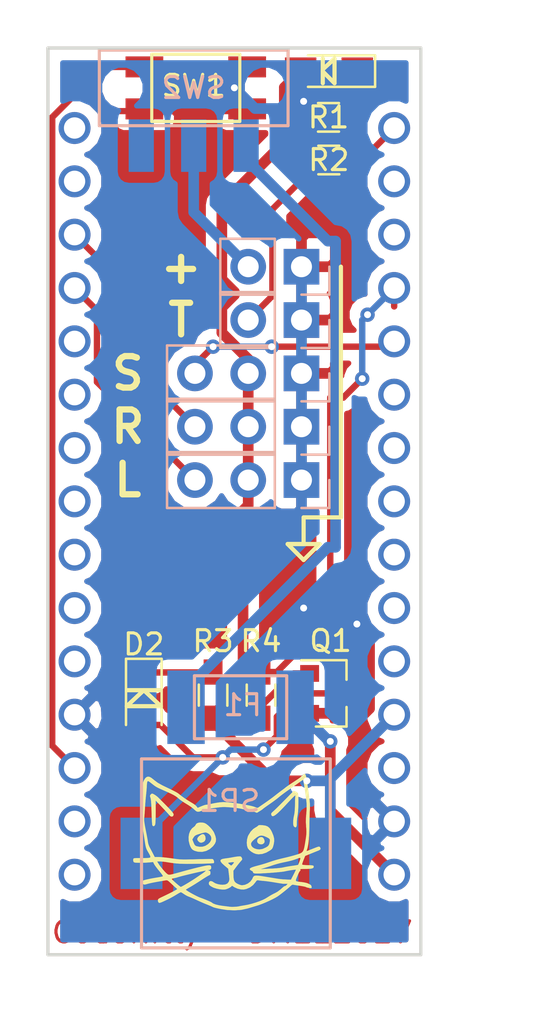
<source format=kicad_pcb>
(kicad_pcb (version 4) (host pcbnew 4.0.4-stable)

  (general
    (links 32)
    (no_connects 0)
    (area 194.564 75.9726 220.218001 131.9314)
    (thickness 1.6)
    (drawings 25)
    (tracks 120)
    (zones 0)
    (modules 18)
    (nets 38)
  )

  (page A4)
  (layers
    (0 F.Cu signal)
    (31 B.Cu signal)
    (32 B.Adhes user)
    (33 F.Adhes user)
    (34 B.Paste user)
    (35 F.Paste user)
    (36 B.SilkS user)
    (37 F.SilkS user)
    (38 B.Mask user)
    (39 F.Mask user)
    (40 Dwgs.User user)
    (41 Cmts.User user)
    (42 Eco1.User user)
    (43 Eco2.User user)
    (44 Edge.Cuts user)
    (45 Margin user)
    (46 B.CrtYd user)
    (47 F.CrtYd user)
    (48 B.Fab user hide)
    (49 F.Fab user hide)
  )

  (setup
    (last_trace_width 0.3048)
    (user_trace_width 0.508)
    (trace_clearance 0.1524)
    (zone_clearance 0.508)
    (zone_45_only no)
    (trace_min 0.3048)
    (segment_width 0.2)
    (edge_width 0.15)
    (via_size 0.6858)
    (via_drill 0.3302)
    (via_min_size 0.6858)
    (via_min_drill 0.3302)
    (uvia_size 0.762)
    (uvia_drill 0.508)
    (uvias_allowed no)
    (uvia_min_size 0)
    (uvia_min_drill 0)
    (pcb_text_width 0.3)
    (pcb_text_size 1.5 1.5)
    (mod_edge_width 0.15)
    (mod_text_size 1 1)
    (mod_text_width 0.15)
    (pad_size 1.524 1.524)
    (pad_drill 0.762)
    (pad_to_mask_clearance 0.2)
    (aux_axis_origin 0 0)
    (grid_origin 228.6 95.25)
    (visible_elements 7FFFFFFF)
    (pcbplotparams
      (layerselection 0x00030_80000001)
      (usegerberextensions false)
      (excludeedgelayer true)
      (linewidth 0.100000)
      (plotframeref false)
      (viasonmask false)
      (mode 1)
      (useauxorigin false)
      (hpglpennumber 1)
      (hpglpenspeed 20)
      (hpglpendiameter 15)
      (hpglpenoverlay 2)
      (psnegative false)
      (psa4output false)
      (plotreference true)
      (plotvalue true)
      (plotinvisibletext false)
      (padsonsilk false)
      (subtractmaskfromsilk false)
      (outputformat 1)
      (mirror false)
      (drillshape 1)
      (scaleselection 1)
      (outputdirectory ""))
  )

  (net 0 "")
  (net 1 "Net-(D1-Pad1)")
  (net 2 5V)
  (net 3 GND)
  (net 4 VCC)
  (net 5 "Net-(P2-Pad2)")
  (net 6 LSERVO)
  (net 7 RSERVO)
  (net 8 BUZZ)
  (net 9 TAIL)
  (net 10 "Net-(U1-Pad1)")
  (net 11 "Net-(U1-Pad2)")
  (net 12 "Net-(U1-Pad5)")
  (net 13 "Net-(U1-Pad6)")
  (net 14 "Net-(U1-Pad7)")
  (net 15 "Net-(U1-Pad8)")
  (net 16 "Net-(U1-Pad9)")
  (net 17 "Net-(U1-Pad10)")
  (net 18 "Net-(U1-Pad11)")
  (net 19 "Net-(U1-Pad14)")
  (net 20 "Net-(U1-Pad15)")
  (net 21 "Net-(U1-Pad17)")
  (net 22 "Net-(U1-Pad18)")
  (net 23 "Net-(U1-Pad21)")
  (net 24 "Net-(U1-Pad22)")
  (net 25 "Net-(U1-Pad23)")
  (net 26 "Net-(U1-Pad24)")
  (net 27 "Net-(U1-Pad25)")
  (net 28 "Net-(U1-Pad26)")
  (net 29 "Net-(U1-Pad28)")
  (net 30 "Net-(F1-Pad1)")
  (net 31 "Net-(P1-Pad2)")
  (net 32 RST)
  (net 33 "Net-(SW2-Pad1)")
  (net 34 SENS)
  (net 35 "Net-(D2-Pad1)")
  (net 36 "Net-(D2-Pad2)")
  (net 37 "Net-(Q1-Pad1)")

  (net_class Default "This is the default net class."
    (clearance 0.1524)
    (trace_width 0.3048)
    (via_dia 0.6858)
    (via_drill 0.3302)
    (uvia_dia 0.762)
    (uvia_drill 0.508)
    (add_net 5V)
    (add_net BUZZ)
    (add_net GND)
    (add_net LSERVO)
    (add_net "Net-(D1-Pad1)")
    (add_net "Net-(D2-Pad1)")
    (add_net "Net-(D2-Pad2)")
    (add_net "Net-(F1-Pad1)")
    (add_net "Net-(P1-Pad2)")
    (add_net "Net-(P2-Pad2)")
    (add_net "Net-(Q1-Pad1)")
    (add_net "Net-(SW2-Pad1)")
    (add_net "Net-(U1-Pad1)")
    (add_net "Net-(U1-Pad10)")
    (add_net "Net-(U1-Pad11)")
    (add_net "Net-(U1-Pad14)")
    (add_net "Net-(U1-Pad15)")
    (add_net "Net-(U1-Pad17)")
    (add_net "Net-(U1-Pad18)")
    (add_net "Net-(U1-Pad2)")
    (add_net "Net-(U1-Pad21)")
    (add_net "Net-(U1-Pad22)")
    (add_net "Net-(U1-Pad23)")
    (add_net "Net-(U1-Pad24)")
    (add_net "Net-(U1-Pad25)")
    (add_net "Net-(U1-Pad26)")
    (add_net "Net-(U1-Pad28)")
    (add_net "Net-(U1-Pad5)")
    (add_net "Net-(U1-Pad6)")
    (add_net "Net-(U1-Pad7)")
    (add_net "Net-(U1-Pad8)")
    (add_net "Net-(U1-Pad9)")
    (add_net RSERVO)
    (add_net RST)
    (add_net SENS)
    (add_net TAIL)
    (add_net VCC)
  )

  (module LEDs:LED_0805_HandSoldering locked (layer F.Cu) (tedit 597FE334) (tstamp 597FC675)
    (at 210.25 83.65 180)
    (descr "Resistor SMD 0805, hand soldering")
    (tags "resistor 0805")
    (path /597FE136)
    (attr smd)
    (fp_text reference D1 (at 0 -1.7 180) (layer F.Fab)
      (effects (font (size 1 1) (thickness 0.15)))
    )
    (fp_text value LED (at 0 1.75 180) (layer F.Fab)
      (effects (font (size 1 1) (thickness 0.15)))
    )
    (fp_line (start -0.4 -0.4) (end -0.4 0.4) (layer F.Fab) (width 0.1))
    (fp_line (start -0.4 0) (end 0.2 -0.4) (layer F.Fab) (width 0.1))
    (fp_line (start 0.2 0.4) (end -0.4 0) (layer F.Fab) (width 0.1))
    (fp_line (start 0.2 -0.4) (end 0.2 0.4) (layer F.Fab) (width 0.1))
    (fp_line (start -1 0.62) (end -1 -0.62) (layer F.Fab) (width 0.1))
    (fp_line (start 1 0.62) (end -1 0.62) (layer F.Fab) (width 0.1))
    (fp_line (start 1 -0.62) (end 1 0.62) (layer F.Fab) (width 0.1))
    (fp_line (start -1 -0.62) (end 1 -0.62) (layer F.Fab) (width 0.1))
    (fp_line (start 1 0.75) (end -2.2 0.75) (layer F.SilkS) (width 0.12))
    (fp_line (start -2.2 -0.75) (end 1 -0.75) (layer F.SilkS) (width 0.12))
    (fp_line (start -2.35 -0.9) (end 2.35 -0.9) (layer F.CrtYd) (width 0.05))
    (fp_line (start -2.35 -0.9) (end -2.35 0.9) (layer F.CrtYd) (width 0.05))
    (fp_line (start 2.35 0.9) (end 2.35 -0.9) (layer F.CrtYd) (width 0.05))
    (fp_line (start 2.35 0.9) (end -2.35 0.9) (layer F.CrtYd) (width 0.05))
    (fp_line (start -2.2 -0.75) (end -2.2 0.75) (layer F.SilkS) (width 0.12))
    (pad 1 smd rect (at -1.35 0 180) (size 1.5 1.3) (layers F.Cu F.Paste F.Mask)
      (net 1 "Net-(D1-Pad1)"))
    (pad 2 smd rect (at 1.35 0 180) (size 1.5 1.3) (layers F.Cu F.Paste F.Mask)
      (net 2 5V))
    (model ${KISYS3DMOD}/LEDs.3dshapes/LED_0805.wrl
      (at (xyz 0 0 0))
      (scale (xyz 1 1 1))
      (rotate (xyz 0 0 0))
    )
  )

  (module Pin_Headers:Pin_Header_Straight_1x02_Pitch2.54mm (layer B.Cu) (tedit 597FE322) (tstamp 597FC67B)
    (at 208.939175 92.965953 90)
    (descr "Through hole straight pin header, 1x02, 2.54mm pitch, single row")
    (tags "Through hole pin header THT 1x02 2.54mm single row")
    (path /597FBC27)
    (fp_text reference P1 (at 0 2.33 90) (layer B.Fab)
      (effects (font (size 1 1) (thickness 0.15)) (justify mirror))
    )
    (fp_text value CONN_01X02 (at 0 -4.87 90) (layer B.Fab)
      (effects (font (size 1 1) (thickness 0.15)) (justify mirror))
    )
    (fp_line (start -0.635 1.27) (end 1.27 1.27) (layer B.Fab) (width 0.1))
    (fp_line (start 1.27 1.27) (end 1.27 -3.81) (layer B.Fab) (width 0.1))
    (fp_line (start 1.27 -3.81) (end -1.27 -3.81) (layer B.Fab) (width 0.1))
    (fp_line (start -1.27 -3.81) (end -1.27 0.635) (layer B.Fab) (width 0.1))
    (fp_line (start -1.27 0.635) (end -0.635 1.27) (layer B.Fab) (width 0.1))
    (fp_line (start -1.33 -3.87) (end 1.33 -3.87) (layer B.SilkS) (width 0.12))
    (fp_line (start -1.33 -1.27) (end -1.33 -3.87) (layer B.SilkS) (width 0.12))
    (fp_line (start 1.33 -1.27) (end 1.33 -3.87) (layer B.SilkS) (width 0.12))
    (fp_line (start -1.33 -1.27) (end 1.33 -1.27) (layer B.SilkS) (width 0.12))
    (fp_line (start -1.33 0) (end -1.33 1.33) (layer B.SilkS) (width 0.12))
    (fp_line (start -1.33 1.33) (end 0 1.33) (layer B.SilkS) (width 0.12))
    (fp_line (start -1.8 1.8) (end -1.8 -4.35) (layer B.CrtYd) (width 0.05))
    (fp_line (start -1.8 -4.35) (end 1.8 -4.35) (layer B.CrtYd) (width 0.05))
    (fp_line (start 1.8 -4.35) (end 1.8 1.8) (layer B.CrtYd) (width 0.05))
    (fp_line (start 1.8 1.8) (end -1.8 1.8) (layer B.CrtYd) (width 0.05))
    (fp_text user %R (at 0 -1.27 360) (layer B.Fab)
      (effects (font (size 1 1) (thickness 0.15)) (justify mirror))
    )
    (pad 1 thru_hole rect (at 0 0 90) (size 1.7 1.7) (drill 1) (layers *.Cu *.Mask)
      (net 3 GND))
    (pad 2 thru_hole oval (at 0 -2.54 90) (size 1.7 1.7) (drill 1) (layers *.Cu *.Mask)
      (net 31 "Net-(P1-Pad2)"))
    (model ${KISYS3DMOD}/Pin_Headers.3dshapes/Pin_Header_Straight_1x02_Pitch2.54mm.wrl
      (at (xyz 0 0 0))
      (scale (xyz 1 1 1))
      (rotate (xyz 0 0 0))
    )
  )

  (module Pin_Headers:Pin_Header_Straight_1x02_Pitch2.54mm (layer B.Cu) (tedit 597FE35C) (tstamp 597FC681)
    (at 208.939175 95.505953 90)
    (descr "Through hole straight pin header, 1x02, 2.54mm pitch, single row")
    (tags "Through hole pin header THT 1x02 2.54mm single row")
    (path /597FBD10)
    (fp_text reference P2 (at 0 2.33 90) (layer B.Fab)
      (effects (font (size 1 1) (thickness 0.15)) (justify mirror))
    )
    (fp_text value CONN_01X02 (at 0 -4.87 90) (layer B.Fab)
      (effects (font (size 1 1) (thickness 0.15)) (justify mirror))
    )
    (fp_line (start -0.635 1.27) (end 1.27 1.27) (layer B.Fab) (width 0.1))
    (fp_line (start 1.27 1.27) (end 1.27 -3.81) (layer B.Fab) (width 0.1))
    (fp_line (start 1.27 -3.81) (end -1.27 -3.81) (layer B.Fab) (width 0.1))
    (fp_line (start -1.27 -3.81) (end -1.27 0.635) (layer B.Fab) (width 0.1))
    (fp_line (start -1.27 0.635) (end -0.635 1.27) (layer B.Fab) (width 0.1))
    (fp_line (start -1.33 -3.87) (end 1.33 -3.87) (layer B.SilkS) (width 0.12))
    (fp_line (start -1.33 -1.27) (end -1.33 -3.87) (layer B.SilkS) (width 0.12))
    (fp_line (start 1.33 -1.27) (end 1.33 -3.87) (layer B.SilkS) (width 0.12))
    (fp_line (start -1.33 -1.27) (end 1.33 -1.27) (layer B.SilkS) (width 0.12))
    (fp_line (start -1.33 0) (end -1.33 1.33) (layer B.SilkS) (width 0.12))
    (fp_line (start -1.33 1.33) (end 0 1.33) (layer B.SilkS) (width 0.12))
    (fp_line (start -1.8 1.8) (end -1.8 -4.35) (layer B.CrtYd) (width 0.05))
    (fp_line (start -1.8 -4.35) (end 1.8 -4.35) (layer B.CrtYd) (width 0.05))
    (fp_line (start 1.8 -4.35) (end 1.8 1.8) (layer B.CrtYd) (width 0.05))
    (fp_line (start 1.8 1.8) (end -1.8 1.8) (layer B.CrtYd) (width 0.05))
    (fp_text user %R (at 0 -1.27 360) (layer B.Fab)
      (effects (font (size 1 1) (thickness 0.15)) (justify mirror))
    )
    (pad 1 thru_hole rect (at 0 0 90) (size 1.7 1.7) (drill 1) (layers *.Cu *.Mask)
      (net 3 GND))
    (pad 2 thru_hole oval (at 0 -2.54 90) (size 1.7 1.7) (drill 1) (layers *.Cu *.Mask)
      (net 5 "Net-(P2-Pad2)"))
    (model ${KISYS3DMOD}/Pin_Headers.3dshapes/Pin_Header_Straight_1x02_Pitch2.54mm.wrl
      (at (xyz 0 0 0))
      (scale (xyz 1 1 1))
      (rotate (xyz 0 0 0))
    )
  )

  (module Pin_Headers:Pin_Header_Straight_1x03_Pitch2.54mm (layer B.Cu) (tedit 597FE364) (tstamp 597FC688)
    (at 208.939175 103.125953 90)
    (descr "Through hole straight pin header, 1x03, 2.54mm pitch, single row")
    (tags "Through hole pin header THT 1x03 2.54mm single row")
    (path /597FB9B0)
    (fp_text reference P3 (at 0 2.33 90) (layer B.Fab)
      (effects (font (size 1 1) (thickness 0.15)) (justify mirror))
    )
    (fp_text value CONN_01X03 (at 0 -7.41 90) (layer B.Fab)
      (effects (font (size 1 1) (thickness 0.15)) (justify mirror))
    )
    (fp_line (start -0.635 1.27) (end 1.27 1.27) (layer B.Fab) (width 0.1))
    (fp_line (start 1.27 1.27) (end 1.27 -6.35) (layer B.Fab) (width 0.1))
    (fp_line (start 1.27 -6.35) (end -1.27 -6.35) (layer B.Fab) (width 0.1))
    (fp_line (start -1.27 -6.35) (end -1.27 0.635) (layer B.Fab) (width 0.1))
    (fp_line (start -1.27 0.635) (end -0.635 1.27) (layer B.Fab) (width 0.1))
    (fp_line (start -1.33 -6.41) (end 1.33 -6.41) (layer B.SilkS) (width 0.12))
    (fp_line (start -1.33 -1.27) (end -1.33 -6.41) (layer B.SilkS) (width 0.12))
    (fp_line (start 1.33 -1.27) (end 1.33 -6.41) (layer B.SilkS) (width 0.12))
    (fp_line (start -1.33 -1.27) (end 1.33 -1.27) (layer B.SilkS) (width 0.12))
    (fp_line (start -1.33 0) (end -1.33 1.33) (layer B.SilkS) (width 0.12))
    (fp_line (start -1.33 1.33) (end 0 1.33) (layer B.SilkS) (width 0.12))
    (fp_line (start -1.8 1.8) (end -1.8 -6.85) (layer B.CrtYd) (width 0.05))
    (fp_line (start -1.8 -6.85) (end 1.8 -6.85) (layer B.CrtYd) (width 0.05))
    (fp_line (start 1.8 -6.85) (end 1.8 1.8) (layer B.CrtYd) (width 0.05))
    (fp_line (start 1.8 1.8) (end -1.8 1.8) (layer B.CrtYd) (width 0.05))
    (fp_text user %R (at 0.207266 -3.944399 360) (layer B.Fab)
      (effects (font (size 1 1) (thickness 0.15)) (justify mirror))
    )
    (pad 1 thru_hole rect (at 0 0 90) (size 1.7 1.7) (drill 1) (layers *.Cu *.Mask)
      (net 3 GND))
    (pad 2 thru_hole oval (at 0 -2.54 90) (size 1.7 1.7) (drill 1) (layers *.Cu *.Mask)
      (net 2 5V))
    (pad 3 thru_hole oval (at 0 -5.08 90) (size 1.7 1.7) (drill 1) (layers *.Cu *.Mask)
      (net 6 LSERVO))
    (model ${KISYS3DMOD}/Pin_Headers.3dshapes/Pin_Header_Straight_1x03_Pitch2.54mm.wrl
      (at (xyz 0 0 0))
      (scale (xyz 1 1 1))
      (rotate (xyz 0 0 0))
    )
  )

  (module Pin_Headers:Pin_Header_Straight_1x03_Pitch2.54mm (layer B.Cu) (tedit 597FE36A) (tstamp 597FC68F)
    (at 208.939175 100.585953 90)
    (descr "Through hole straight pin header, 1x03, 2.54mm pitch, single row")
    (tags "Through hole pin header THT 1x03 2.54mm single row")
    (path /597FB8A1)
    (fp_text reference P4 (at 0 2.33 90) (layer B.Fab)
      (effects (font (size 1 1) (thickness 0.15)) (justify mirror))
    )
    (fp_text value CONN_01X03 (at 0 -7.41 90) (layer B.Fab)
      (effects (font (size 1 1) (thickness 0.15)) (justify mirror))
    )
    (fp_line (start -0.635 1.27) (end 1.27 1.27) (layer B.Fab) (width 0.1))
    (fp_line (start 1.27 1.27) (end 1.27 -6.35) (layer B.Fab) (width 0.1))
    (fp_line (start 1.27 -6.35) (end -1.27 -6.35) (layer B.Fab) (width 0.1))
    (fp_line (start -1.27 -6.35) (end -1.27 0.635) (layer B.Fab) (width 0.1))
    (fp_line (start -1.27 0.635) (end -0.635 1.27) (layer B.Fab) (width 0.1))
    (fp_line (start -1.33 -6.41) (end 1.33 -6.41) (layer B.SilkS) (width 0.12))
    (fp_line (start -1.33 -1.27) (end -1.33 -6.41) (layer B.SilkS) (width 0.12))
    (fp_line (start 1.33 -1.27) (end 1.33 -6.41) (layer B.SilkS) (width 0.12))
    (fp_line (start -1.33 -1.27) (end 1.33 -1.27) (layer B.SilkS) (width 0.12))
    (fp_line (start -1.33 0) (end -1.33 1.33) (layer B.SilkS) (width 0.12))
    (fp_line (start -1.33 1.33) (end 0 1.33) (layer B.SilkS) (width 0.12))
    (fp_line (start -1.8 1.8) (end -1.8 -6.85) (layer B.CrtYd) (width 0.05))
    (fp_line (start -1.8 -6.85) (end 1.8 -6.85) (layer B.CrtYd) (width 0.05))
    (fp_line (start 1.8 -6.85) (end 1.8 1.8) (layer B.CrtYd) (width 0.05))
    (fp_line (start 1.8 1.8) (end -1.8 1.8) (layer B.CrtYd) (width 0.05))
    (fp_text user %R (at 0 -2.54 360) (layer B.Fab)
      (effects (font (size 1 1) (thickness 0.15)) (justify mirror))
    )
    (pad 1 thru_hole rect (at 0 0 90) (size 1.7 1.7) (drill 1) (layers *.Cu *.Mask)
      (net 3 GND))
    (pad 2 thru_hole oval (at 0 -2.54 90) (size 1.7 1.7) (drill 1) (layers *.Cu *.Mask)
      (net 2 5V))
    (pad 3 thru_hole oval (at 0 -5.08 90) (size 1.7 1.7) (drill 1) (layers *.Cu *.Mask)
      (net 7 RSERVO))
    (model ${KISYS3DMOD}/Pin_Headers.3dshapes/Pin_Header_Straight_1x03_Pitch2.54mm.wrl
      (at (xyz 0 0 0))
      (scale (xyz 1 1 1))
      (rotate (xyz 0 0 0))
    )
  )

  (module CodeKitty:CKlogo (layer F.Cu) (tedit 0) (tstamp 597FDE11)
    (at 205.232 120.396)
    (fp_text reference G*** (at 0 0) (layer F.SilkS) hide
      (effects (font (thickness 0.3)))
    )
    (fp_text value LOGO (at 0.75 0) (layer F.SilkS) hide
      (effects (font (thickness 0.3)))
    )
    (fp_poly (pts (xy 3.878256 -3.26461) (xy 3.905344 -3.222853) (xy 3.929264 -3.142637) (xy 3.952685 -3.019892)
      (xy 3.977661 -2.854896) (xy 3.998058 -2.710008) (xy 4.017069 -2.571974) (xy 4.032931 -2.453808)
      (xy 4.04388 -2.368524) (xy 4.046151 -2.3495) (xy 4.057284 -2.260071) (xy 4.072811 -2.144452)
      (xy 4.089497 -2.026679) (xy 4.090578 -2.0193) (xy 4.105684 -1.855219) (xy 4.108013 -1.672173)
      (xy 4.103551 -1.5748) (xy 4.098205 -1.475482) (xy 4.092982 -1.337184) (xy 4.088211 -1.171726)
      (xy 4.084223 -0.990927) (xy 4.081349 -0.806607) (xy 4.080849 -0.762) (xy 4.072954 -0.442386)
      (xy 4.056192 -0.17098) (xy 4.030364 0.054064) (xy 3.995267 0.234592) (xy 3.959973 0.349282)
      (xy 3.947943 0.393648) (xy 3.96226 0.401651) (xy 3.968276 0.399625) (xy 4.003676 0.385749)
      (xy 4.075614 0.357507) (xy 4.173347 0.319117) (xy 4.277224 0.2783) (xy 4.395466 0.232328)
      (xy 4.475565 0.203531) (xy 4.526518 0.190157) (xy 4.557326 0.190458) (xy 4.576986 0.202682)
      (xy 4.589108 0.217633) (xy 4.616523 0.278021) (xy 4.597537 0.32566) (xy 4.530097 0.365112)
      (xy 4.5212 0.36856) (xy 4.46169 0.391701) (xy 4.368771 0.428678) (xy 4.256035 0.474054)
      (xy 4.156858 0.514318) (xy 3.881416 0.626606) (xy 3.807608 0.810312) (xy 3.772338 0.902445)
      (xy 3.746243 0.978897) (xy 3.734125 1.025398) (xy 3.7338 1.02955) (xy 3.74482 1.046236)
      (xy 3.782754 1.057974) (xy 3.854908 1.06591) (xy 3.968592 1.071186) (xy 4.00685 1.07229)
      (xy 4.12747 1.076036) (xy 4.206495 1.081047) (xy 4.253125 1.089426) (xy 4.276558 1.10328)
      (xy 4.285992 1.12471) (xy 4.288011 1.136609) (xy 4.282257 1.178898) (xy 4.247653 1.209374)
      (xy 4.17893 1.229501) (xy 4.070818 1.240744) (xy 3.918049 1.244569) (xy 3.899624 1.2446)
      (xy 3.78217 1.245046) (xy 3.706917 1.247648) (xy 3.665268 1.254303) (xy 3.648625 1.266907)
      (xy 3.648388 1.287356) (xy 3.651279 1.299371) (xy 3.65396 1.3368) (xy 3.640851 1.338846)
      (xy 3.62193 1.354483) (xy 3.589776 1.408635) (xy 3.549206 1.492337) (xy 3.513129 1.576513)
      (xy 3.467642 1.685969) (xy 3.440196 1.760693) (xy 3.436301 1.808401) (xy 3.461466 1.836811)
      (xy 3.521201 1.853637) (xy 3.621016 1.866596) (xy 3.729004 1.878836) (xy 3.838925 1.895847)
      (xy 3.939219 1.918185) (xy 4.011323 1.941569) (xy 4.021104 1.94619) (xy 4.086771 1.97992)
      (xy 4.137397 2.005086) (xy 4.1402 2.00642) (xy 4.171061 2.042924) (xy 4.186697 2.095444)
      (xy 4.18948 2.137862) (xy 4.176274 2.156558) (xy 4.134716 2.157567) (xy 4.074959 2.149999)
      (xy 3.997254 2.135225) (xy 3.939251 2.116846) (xy 3.924962 2.10875) (xy 3.88876 2.095301)
      (xy 3.813829 2.078051) (xy 3.711858 2.059425) (xy 3.617786 2.045038) (xy 3.50125 2.028061)
      (xy 3.400971 2.012311) (xy 3.329152 1.999772) (xy 3.300485 1.993419) (xy 3.256663 2.002254)
      (xy 3.203431 2.042598) (xy 3.198699 2.047576) (xy 3.147814 2.0961) (xy 3.066338 2.166586)
      (xy 2.96453 2.250798) (xy 2.852649 2.340499) (xy 2.740953 2.427454) (xy 2.639702 2.503426)
      (xy 2.5654 2.555999) (xy 2.464118 2.616701) (xy 2.327633 2.68794) (xy 2.168833 2.763898)
      (xy 2.000609 2.838755) (xy 1.835852 2.90669) (xy 1.68745 2.961884) (xy 1.612682 2.986147)
      (xy 1.477295 3.026797) (xy 1.321941 3.073526) (xy 1.175282 3.11771) (xy 1.143 3.127449)
      (xy 0.839912 3.193673) (xy 0.510745 3.217692) (xy 0.157786 3.199443) (xy -0.1016 3.161598)
      (xy -0.23315 3.135941) (xy -0.351318 3.109796) (xy -0.444658 3.085911) (xy -0.501724 3.067036)
      (xy -0.508 3.063981) (xy -0.558539 3.039718) (xy -0.642731 3.003084) (xy -0.746826 2.959962)
      (xy -0.8128 2.933547) (xy -0.946839 2.878509) (xy -1.101014 2.812) (xy -1.249932 2.745075)
      (xy -1.3081 2.717941) (xy -1.423358 2.66482) (xy -1.53278 2.616961) (xy -1.621629 2.580679)
      (xy -1.6637 2.565549) (xy -1.742399 2.532092) (xy -1.835332 2.480653) (xy -1.891902 2.443597)
      (xy -1.962977 2.395987) (xy -2.019139 2.363499) (xy -2.044302 2.353969) (xy -2.078233 2.366613)
      (xy -2.140216 2.399211) (xy -2.202687 2.436111) (xy -2.393778 2.550472) (xy -2.558344 2.641384)
      (xy -2.6416 2.683059) (xy -2.789327 2.752785) (xy -2.898198 2.802943) (xy -2.975087 2.836085)
      (xy -3.026869 2.854764) (xy -3.060419 2.861534) (xy -3.08261 2.858946) (xy -3.096572 2.852002)
      (xy -3.126112 2.809797) (xy -3.1369 2.753131) (xy -3.131562 2.710655) (xy -3.108626 2.677626)
      (xy -3.057711 2.644149) (xy -2.9845 2.607864) (xy -2.806162 2.522908) (xy -2.641278 2.442653)
      (xy -2.497548 2.370956) (xy -2.382671 2.311669) (xy -2.304348 2.268649) (xy -2.29119 2.260769)
      (xy -2.207479 2.209135) (xy -2.31659 2.113293) (xy -2.396097 2.041902) (xy -2.48844 1.956775)
      (xy -2.5527 1.896228) (xy -2.625625 1.83046) (xy -2.677994 1.79567) (xy -2.722954 1.784825)
      (xy -2.7559 1.787521) (xy -2.998617 1.828045) (xy -3.196677 1.862648) (xy -3.355737 1.892422)
      (xy -3.481456 1.918456) (xy -3.579491 1.94184) (xy -3.631166 1.956171) (xy -3.719912 1.981227)
      (xy -3.774422 1.991075) (xy -3.808791 1.986149) (xy -3.837114 1.966886) (xy -3.841834 1.962677)
      (xy -3.876237 1.906326) (xy -3.8742 1.846394) (xy -3.836531 1.802967) (xy -3.8354 1.802395)
      (xy -3.779145 1.78273) (xy -3.68314 1.757857) (xy -3.557885 1.73004) (xy -3.54146 1.72679)
      (xy -2.48415 1.72679) (xy -2.4608 1.755984) (xy -2.408835 1.807546) (xy -2.338071 1.872899)
      (xy -2.258326 1.943465) (xy -2.179416 2.010667) (xy -2.111157 2.065928) (xy -2.063367 2.100671)
      (xy -2.047619 2.1082) (xy -2.015442 2.09573) (xy -1.949389 2.06171) (xy -1.858843 2.011216)
      (xy -1.753189 1.94933) (xy -1.744593 1.944176) (xy -1.625868 1.872004) (xy -1.510271 1.800232)
      (xy -1.411816 1.737645) (xy -1.349584 1.696526) (xy -1.272126 1.643558) (xy -1.170317 1.574159)
      (xy -1.06186 1.50039) (xy -1.021817 1.4732) (xy -0.938648 1.41385) (xy -0.878771 1.365375)
      (xy -0.849428 1.334013) (xy -0.850546 1.32566) (xy -0.884024 1.329197) (xy -0.958685 1.343165)
      (xy -1.066429 1.365673) (xy -1.199157 1.394828) (xy -1.348768 1.428739) (xy -1.507164 1.465514)
      (xy -1.666244 1.503261) (xy -1.817908 1.540087) (xy -1.954057 1.574103) (xy -2.066592 1.603414)
      (xy -2.147412 1.626131) (xy -2.175254 1.635072) (xy -2.268711 1.662938) (xy -2.369209 1.685863)
      (xy -2.382885 1.688303) (xy -2.446996 1.703486) (xy -2.48185 1.720356) (xy -2.48415 1.72679)
      (xy -3.54146 1.72679) (xy -3.413878 1.701546) (xy -3.261618 1.67464) (xy -3.190775 1.663277)
      (xy -3.080494 1.644869) (xy -2.987288 1.626825) (xy -2.923869 1.611736) (xy -2.905187 1.605059)
      (xy -2.898888 1.585588) (xy -2.918136 1.54438) (xy -2.965872 1.476872) (xy -3.045039 1.3785)
      (xy -3.072192 1.346047) (xy -3.155539 1.243674) (xy -3.230494 1.145529) (xy -3.28849 1.063211)
      (xy -3.31968 1.011056) (xy -3.3655 0.915679) (xy -3.5433 0.934089) (xy -3.648197 0.942104)
      (xy -3.782327 0.948353) (xy -3.924132 0.95196) (xy -3.995106 0.9525) (xy -4.123554 0.950978)
      (xy -4.209754 0.945692) (xy -4.262185 0.935556) (xy -4.289329 0.919486) (xy -4.293167 0.9144)
      (xy -4.3144 0.853772) (xy -4.313561 0.790541) (xy -4.291186 0.748509) (xy -4.289398 0.74732)
      (xy -4.25431 0.740973) (xy -4.179096 0.736376) (xy -4.074414 0.733925) (xy -3.950919 0.734016)
      (xy -3.936188 0.734205) (xy -3.806714 0.734669) (xy -3.690428 0.732606) (xy -3.599621 0.7284)
      (xy -3.546586 0.722431) (xy -3.544915 0.722035) (xy -3.508041 0.707208) (xy -3.492341 0.681415)
      (xy -3.499446 0.637364) (xy -3.530985 0.56776) (xy -3.588589 0.46531) (xy -3.610601 0.42808)
      (xy -3.649482 0.359973) (xy -3.679088 0.298147) (xy -3.702473 0.231785) (xy -3.722695 0.15007)
      (xy -3.742808 0.042187) (xy -3.76587 -0.10268) (xy -3.772072 -0.14342) (xy -3.798691 -0.317985)
      (xy -3.828279 -0.510242) (xy -3.857543 -0.698889) (xy -3.883188 -0.862623) (xy -3.887355 -0.889)
      (xy -3.910366 -1.078125) (xy -3.798874 -1.078125) (xy -3.787204 -0.965591) (xy -3.76216 -0.810386)
      (xy -3.723333 -0.609548) (xy -3.720569 -0.596045) (xy -3.689755 -0.442252) (xy -3.662048 -0.297108)
      (xy -3.639414 -0.171442) (xy -3.623816 -0.076084) (xy -3.61776 -0.029299) (xy -3.59842 0.061946)
      (xy -3.560329 0.167281) (xy -3.530765 0.2286) (xy -3.476304 0.329833) (xy -3.414665 0.446522)
      (xy -3.372806 0.52705) (xy -3.291097 0.6858) (xy -3.092301 0.6858) (xy -2.997137 0.689753)
      (xy -2.865981 0.700652) (xy -2.712942 0.717057) (xy -2.552131 0.737525) (xy -2.469102 0.749449)
      (xy -2.343852 0.767914) (xy -2.23791 0.78218) (xy -2.142464 0.792566) (xy -2.048702 0.799393)
      (xy -1.947811 0.802982) (xy -1.830979 0.803655) (xy -1.689394 0.80173) (xy -1.514243 0.79753)
      (xy -1.3081 0.791706) (xy -1.117985 0.786599) (xy -0.943108 0.78269) (xy -0.790279 0.78007)
      (xy -0.666308 0.778828) (xy -0.578006 0.779053) (xy -0.532182 0.780836) (xy -0.528501 0.78144)
      (xy -0.494138 0.812049) (xy -0.469515 0.869164) (xy -0.461499 0.929391) (xy -0.474074 0.966833)
      (xy -0.50405 0.972644) (xy -0.578485 0.978634) (xy -0.691042 0.98454) (xy -0.83538 0.990095)
      (xy -1.005161 0.995037) (xy -1.194048 0.999101) (xy -1.283094 1.000566) (xy -1.538326 1.003672)
      (xy -1.752167 1.004315) (xy -1.933992 1.001953) (xy -2.093173 0.996041) (xy -2.239083 0.986035)
      (xy -2.381096 0.971392) (xy -2.528586 0.951569) (xy -2.690925 0.926021) (xy -2.7559 0.915132)
      (xy -2.868359 0.900254) (xy -2.986927 0.890843) (xy -3.04423 0.889147) (xy -3.180159 0.889)
      (xy -3.12043 0.9895) (xy -3.064257 1.073938) (xy -2.989327 1.172987) (xy -2.905003 1.275701)
      (xy -2.820648 1.371131) (xy -2.745626 1.448331) (xy -2.689301 1.496354) (xy -2.683914 1.499838)
      (xy -2.658955 1.514535) (xy -2.634496 1.524627) (xy -2.604495 1.529018) (xy -2.56291 1.526615)
      (xy -2.503697 1.516323) (xy -2.420814 1.497047) (xy -2.308218 1.467692) (xy -2.159866 1.427164)
      (xy -1.969716 1.374369) (xy -1.929609 1.363207) (xy -1.759435 1.316721) (xy -1.576257 1.268138)
      (xy -1.398284 1.2222) (xy -1.243724 1.183645) (xy -1.193009 1.171465) (xy -1.008568 1.128886)
      (xy -0.867266 1.099424) (xy -0.763198 1.082945) (xy -0.690462 1.07932) (xy -0.643153 1.088416)
      (xy -0.615369 1.110103) (xy -0.601204 1.144249) (xy -0.59851 1.158242) (xy -0.606077 1.235201)
      (xy -0.654048 1.283517) (xy -0.718444 1.29769) (xy -0.8001 1.299981) (xy -0.71755 1.323817)
      (xy -0.661078 1.3468) (xy -0.638538 1.383943) (xy -0.635 1.436454) (xy -0.642829 1.50205)
      (xy -0.673882 1.537805) (xy -0.701174 1.550416) (xy -0.74534 1.573003) (xy -0.822312 1.618213)
      (xy -0.922734 1.680326) (xy -1.037251 1.753625) (xy -1.088524 1.787177) (xy -1.220529 1.872862)
      (xy -1.356308 1.958802) (xy -1.481632 2.036125) (xy -1.582274 2.095961) (xy -1.6002 2.106185)
      (xy -1.689172 2.157268) (xy -1.761265 2.200366) (xy -1.804806 2.228438) (xy -1.811253 2.233519)
      (xy -1.798654 2.252391) (xy -1.749071 2.288789) (xy -1.671148 2.337904) (xy -1.573528 2.394927)
      (xy -1.464854 2.455049) (xy -1.35377 2.513462) (xy -1.248918 2.565355) (xy -1.158942 2.605921)
      (xy -1.1049 2.626522) (xy -1.025577 2.654643) (xy -0.92821 2.692082) (xy -0.824648 2.733899)
      (xy -0.726738 2.775153) (xy -0.646327 2.810903) (xy -0.595262 2.836207) (xy -0.584129 2.843714)
      (xy -0.507949 2.89703) (xy -0.386473 2.944108) (xy -0.225 2.983281) (xy -0.058174 3.009375)
      (xy 0.06748 3.025029) (xy 0.181453 3.039281) (xy 0.270343 3.050454) (xy 0.3175 3.056446)
      (xy 0.387157 3.059924) (xy 0.482603 3.058085) (xy 0.584939 3.05206) (xy 0.675267 3.04298)
      (xy 0.734691 3.031976) (xy 0.7366 3.031366) (xy 0.777435 3.022173) (xy 0.855121 3.008078)
      (xy 0.956232 2.991448) (xy 1.011966 2.982832) (xy 1.172549 2.951801) (xy 1.352111 2.906017)
      (xy 1.53701 2.849956) (xy 1.713604 2.788088) (xy 1.86825 2.724887) (xy 1.987307 2.664825)
      (xy 1.9939 2.660888) (xy 2.041052 2.632141) (xy 2.115139 2.586761) (xy 2.1971 2.536429)
      (xy 2.29165 2.481338) (xy 2.385399 2.43162) (xy 2.449141 2.401923) (xy 2.565999 2.337503)
      (xy 2.707674 2.229986) (xy 2.827505 2.123489) (xy 2.877915 2.08358) (xy 2.913962 2.06778)
      (xy 2.919063 2.068903) (xy 2.94792 2.060775) (xy 2.992078 2.024591) (xy 2.997935 2.018517)
      (xy 3.056855 1.9558) (xy 2.969877 1.952792) (xy 2.904667 1.951792) (xy 2.862965 1.953405)
      (xy 2.861204 1.953673) (xy 2.829707 1.950961) (xy 2.757548 1.940887) (xy 2.654103 1.924873)
      (xy 2.528745 1.90434) (xy 2.467504 1.893975) (xy 2.318257 1.869653) (xy 2.170071 1.847584)
      (xy 2.03804 1.829881) (xy 1.937259 1.81866) (xy 1.919357 1.817163) (xy 1.815889 1.808041)
      (xy 1.720821 1.797372) (xy 1.660887 1.788496) (xy 1.607457 1.78334) (xy 1.570147 1.799692)
      (xy 1.531918 1.847482) (xy 1.515237 1.873362) (xy 1.398219 2.01423) (xy 1.248609 2.125757)
      (xy 1.079089 2.199905) (xy 0.961037 2.224631) (xy 0.817006 2.221195) (xy 0.661283 2.184091)
      (xy 0.514249 2.119049) (xy 0.457734 2.08318) (xy 0.40887 2.054391) (xy 0.382498 2.050545)
      (xy 0.381 2.054599) (xy 0.359444 2.084731) (xy 0.304226 2.124206) (xy 0.229517 2.165263)
      (xy 0.14949 2.200144) (xy 0.078318 2.22109) (xy 0.0762 2.221468) (xy -0.04226 2.227725)
      (xy -0.186126 2.214324) (xy -0.335564 2.184711) (xy -0.470738 2.14233) (xy -0.528801 2.116393)
      (xy -0.627992 2.059515) (xy -0.685334 2.009158) (xy -0.707506 1.95682) (xy -0.701757 1.896231)
      (xy -0.668278 1.843427) (xy -0.60986 1.828667) (xy -0.535512 1.852202) (xy -0.480659 1.890036)
      (xy -0.395171 1.939453) (xy -0.27657 1.978279) (xy -0.142203 2.001781) (xy -0.053341 2.0066)
      (xy 0.080258 1.991885) (xy 0.176292 1.946334) (xy 0.239097 1.867837) (xy 0.241405 1.86309)
      (xy 0.259971 1.817811) (xy 0.269778 1.770922) (xy 0.271154 1.710099) (xy 0.264424 1.623015)
      (xy 0.25089 1.505294) (xy 0.21806 1.236672) (xy 0.033717 1.081886) (xy -0.074345 0.983714)
      (xy -0.095298 0.957956) (xy 0.2032 0.957956) (xy 0.213112 0.978168) (xy 0.249072 1.014781)
      (xy 0.295863 1.054569) (xy 0.338266 1.084309) (xy 0.357522 1.092073) (xy 0.383076 1.075276)
      (xy 0.423593 1.03505) (xy 0.479075 0.969689) (xy 0.495699 0.933483) (xy 0.470111 0.920333)
      (xy 0.398962 0.924143) (xy 0.364798 0.928096) (xy 0.282988 0.93963) (xy 0.223786 0.95098)
      (xy 0.2032 0.957956) (xy -0.095298 0.957956) (xy -0.137088 0.906583) (xy -0.154043 0.847678)
      (xy -0.124741 0.804182) (xy -0.048714 0.773282) (xy 0.074507 0.752161) (xy 0.0889 0.750538)
      (xy 0.198252 0.736074) (xy 0.325585 0.715591) (xy 0.4191 0.698245) (xy 0.528623 0.678528)
      (xy 0.636632 0.662754) (xy 0.710324 0.655127) (xy 0.782979 0.653903) (xy 0.823917 0.668039)
      (xy 0.851702 0.705642) (xy 0.85895 0.720032) (xy 0.878157 0.768351) (xy 0.873202 0.805147)
      (xy 0.838768 0.850135) (xy 0.817845 0.872432) (xy 0.767533 0.929754) (xy 0.699414 1.013308)
      (xy 0.625517 1.108205) (xy 0.599369 1.142875) (xy 0.4572 1.333251) (xy 0.459132 1.523875)
      (xy 0.465352 1.669743) (xy 0.483822 1.775965) (xy 0.519403 1.853157) (xy 0.576958 1.911935)
      (xy 0.659849 1.96215) (xy 0.747966 2.000386) (xy 0.830968 2.025279) (xy 0.874504 2.030885)
      (xy 1.01694 2.007044) (xy 1.153771 1.945367) (xy 1.271154 1.854594) (xy 1.355247 1.743463)
      (xy 1.366541 1.720267) (xy 1.388395 1.6706) (xy 1.408906 1.631071) (xy 1.433406 1.601446)
      (xy 1.467225 1.581491) (xy 1.515696 1.570971) (xy 1.584149 1.569653) (xy 1.677916 1.577303)
      (xy 1.802328 1.593687) (xy 1.962717 1.61857) (xy 2.164413 1.651718) (xy 2.3241 1.678234)
      (xy 2.482638 1.704168) (xy 2.604525 1.722877) (xy 2.70315 1.735903) (xy 2.791899 1.744789)
      (xy 2.884159 1.751078) (xy 2.993319 1.756312) (xy 3.006654 1.756878) (xy 3.206608 1.7653)
      (xy 3.330225 1.525837) (xy 3.380198 1.427305) (xy 3.419171 1.347134) (xy 3.442599 1.294893)
      (xy 3.447156 1.27969) (xy 3.418946 1.278835) (xy 3.352901 1.285578) (xy 3.261103 1.298084)
      (xy 3.155633 1.31452) (xy 3.048573 1.333052) (xy 2.952005 1.351845) (xy 2.9083 1.361496)
      (xy 2.840221 1.373115) (xy 2.730487 1.386635) (xy 2.588162 1.401177) (xy 2.422315 1.41586)
      (xy 2.242013 1.429806) (xy 2.114733 1.438486) (xy 1.904619 1.45152) (xy 1.73974 1.460193)
      (xy 1.614687 1.464116) (xy 1.524049 1.462898) (xy 1.462417 1.456149) (xy 1.424382 1.443479)
      (xy 1.404533 1.424499) (xy 1.397462 1.398819) (xy 1.397 1.386758) (xy 1.375693 1.358361)
      (xy 1.324086 1.329842) (xy 1.3208 1.328574) (xy 1.267857 1.296853) (xy 1.249569 1.267564)
      (xy 1.7145 1.267564) (xy 1.8669 1.256736) (xy 1.952921 1.251412) (xy 2.07351 1.244989)
      (xy 2.21247 1.238285) (xy 2.3495 1.232291) (xy 2.492557 1.223727) (xy 2.634609 1.210621)
      (xy 2.758778 1.194795) (xy 2.8448 1.178897) (xy 2.944632 1.157744) (xy 3.07366 1.134425)
      (xy 3.210621 1.112665) (xy 3.273673 1.103769) (xy 3.38368 1.088107) (xy 3.473591 1.073575)
      (xy 3.532345 1.062065) (xy 3.54926 1.056606) (xy 3.563218 1.028466) (xy 3.588679 0.965747)
      (xy 3.620243 0.881774) (xy 3.621617 0.877996) (xy 3.65286 0.787) (xy 3.661423 0.734499)
      (xy 3.641338 0.715724) (xy 3.586638 0.725909) (xy 3.491354 0.760284) (xy 3.4798 0.764702)
      (xy 3.366257 0.805342) (xy 3.247111 0.841492) (xy 3.109829 0.876462) (xy 2.941879 0.913562)
      (xy 2.828832 0.936689) (xy 2.685936 0.969108) (xy 2.529307 1.010551) (xy 2.386349 1.053614)
      (xy 2.346804 1.066932) (xy 2.214565 1.111891) (xy 2.069487 1.159314) (xy 1.939167 1.200211)
      (xy 1.9177 1.206698) (xy 1.7145 1.267564) (xy 1.249569 1.267564) (xy 1.244646 1.25968)
      (xy 1.2446 1.25821) (xy 1.256661 1.228631) (xy 1.29636 1.199265) (xy 1.368971 1.167938)
      (xy 1.479768 1.132475) (xy 1.634024 1.090702) (xy 1.677981 1.079525) (xy 1.823943 1.039588)
      (xy 1.989853 0.989314) (xy 2.148446 0.937117) (xy 2.2098 0.915376) (xy 2.341234 0.871423)
      (xy 2.50221 0.823636) (xy 2.672381 0.777767) (xy 2.831399 0.739569) (xy 2.8321 0.739414)
      (xy 2.991939 0.702195) (xy 3.164078 0.658997) (xy 3.327803 0.615185) (xy 3.462094 0.57622)
      (xy 3.578209 0.5393) (xy 3.666476 0.504739) (xy 3.732034 0.46496) (xy 3.780024 0.412391)
      (xy 3.815585 0.339456) (xy 3.843858 0.238583) (xy 3.869983 0.102196) (xy 3.897123 -0.064839)
      (xy 3.921466 -0.223346) (xy 3.937468 -0.346134) (xy 3.945889 -0.447465) (xy 3.947487 -0.5416)
      (xy 3.943019 -0.642799) (xy 3.933952 -0.75729) (xy 3.921245 -0.978508) (xy 3.925226 -1.187155)
      (xy 3.93882 -1.351461) (xy 3.950558 -1.49622) (xy 3.957479 -1.648368) (xy 3.958839 -1.786249)
      (xy 3.956294 -1.859461) (xy 3.948273 -1.952694) (xy 3.934853 -2.072859) (xy 3.917305 -2.211561)
      (xy 3.896899 -2.360401) (xy 3.874907 -2.510982) (xy 3.8526 -2.654907) (xy 3.831249 -2.783779)
      (xy 3.812124 -2.8892) (xy 3.796498 -2.962773) (xy 3.78564 -2.996101) (xy 3.784083 -2.9972)
      (xy 3.757277 -2.983249) (xy 3.699852 -2.945921) (xy 3.622065 -2.89201) (xy 3.582737 -2.86385)
      (xy 3.491342 -2.798429) (xy 3.37241 -2.714242) (xy 3.240227 -2.621358) (xy 3.109081 -2.529845)
      (xy 3.087127 -2.5146) (xy 2.961508 -2.425676) (xy 2.836551 -2.334135) (xy 2.725132 -2.249606)
      (xy 2.640125 -2.181717) (xy 2.626223 -2.16995) (xy 2.546562 -2.105341) (xy 2.438402 -2.022948)
      (xy 2.315576 -1.933076) (xy 2.191915 -1.846027) (xy 2.1844 -1.840863) (xy 2.076307 -1.765936)
      (xy 1.982475 -1.699409) (xy 1.91136 -1.647388) (xy 1.871422 -1.61598) (xy 1.8669 -1.611624)
      (xy 1.832243 -1.583434) (xy 1.769107 -1.540651) (xy 1.71223 -1.505306) (xy 1.58296 -1.427892)
      (xy 1.44553 -1.478916) (xy 1.347516 -1.509915) (xy 1.226567 -1.540741) (xy 1.1176 -1.563077)
      (xy 1.005271 -1.583838) (xy 0.895235 -1.606179) (xy 0.8128 -1.624909) (xy 0.74496 -1.637742)
      (xy 0.639715 -1.652672) (xy 0.510317 -1.668019) (xy 0.370022 -1.682106) (xy 0.33938 -1.684837)
      (xy 0.180298 -1.697343) (xy 0.053395 -1.703125) (xy -0.059544 -1.701871) (xy -0.176733 -1.693271)
      (xy -0.316387 -1.677013) (xy -0.34642 -1.673104) (xy -0.538168 -1.646882) (xy -0.688503 -1.62363)
      (xy -0.806577 -1.601431) (xy -0.901542 -1.57837) (xy -0.982549 -1.55253) (xy -1.049856 -1.525842)
      (xy -1.15741 -1.486157) (xy -1.238041 -1.477006) (xy -1.307217 -1.500927) (xy -1.380406 -1.560456)
      (xy -1.403778 -1.583906) (xy -1.471332 -1.64324) (xy -1.568931 -1.716127) (xy -1.681891 -1.792036)
      (xy -1.764967 -1.842929) (xy -1.878732 -1.912437) (xy -1.987055 -1.983854) (xy -2.075721 -2.047536)
      (xy -2.120567 -2.084231) (xy -2.201663 -2.153395) (xy -2.287622 -2.215196) (xy -2.388043 -2.275136)
      (xy -2.512523 -2.338713) (xy -2.670662 -2.411429) (xy -2.759753 -2.450503) (xy -2.918047 -2.519471)
      (xy -3.038768 -2.57339) (xy -3.131016 -2.617267) (xy -3.203891 -2.65611) (xy -3.266493 -2.694926)
      (xy -3.327923 -2.738721) (xy -3.39728 -2.792503) (xy -3.433153 -2.82102) (xy -3.524032 -2.891734)
      (xy -3.586476 -2.930716) (xy -3.626456 -2.934272) (xy -3.649941 -2.898707) (xy -3.6629 -2.820327)
      (xy -3.671303 -2.695439) (xy -3.672517 -2.672876) (xy -3.681706 -2.536525) (xy -3.694696 -2.386932)
      (xy -3.708776 -2.255097) (xy -3.709662 -2.2479) (xy -3.720457 -2.147304) (xy -3.732606 -2.011666)
      (xy -3.74482 -1.856675) (xy -3.75581 -1.69802) (xy -3.758739 -1.651) (xy -3.768098 -1.505347)
      (xy -3.777862 -1.369119) (xy -3.787098 -1.254327) (xy -3.794874 -1.172983) (xy -3.797583 -1.150947)
      (xy -3.798874 -1.078125) (xy -3.910366 -1.078125) (xy -3.922261 -1.175888) (xy -3.937124 -1.475413)
      (xy -3.932031 -1.798149) (xy -3.90707 -2.154673) (xy -3.898512 -2.242723) (xy -3.884894 -2.385447)
      (xy -3.873484 -2.521892) (xy -3.865328 -2.638298) (xy -3.86147 -2.720908) (xy -3.861302 -2.732855)
      (xy -3.845382 -2.853175) (xy -3.803532 -2.969424) (xy -3.743263 -3.065563) (xy -3.679266 -3.121756)
      (xy -3.614195 -3.144131) (xy -3.544345 -3.13571) (xy -3.461992 -3.093476) (xy -3.359412 -3.01441)
      (xy -3.322943 -2.982525) (xy -3.149776 -2.852754) (xy -2.927946 -2.728708) (xy -2.896911 -2.713675)
      (xy -2.700089 -2.619551) (xy -2.543516 -2.543966) (xy -2.42145 -2.483885) (xy -2.328148 -2.436273)
      (xy -2.257868 -2.398096) (xy -2.204868 -2.366317) (xy -2.163406 -2.337902) (xy -2.127739 -2.309816)
      (xy -2.119223 -2.302633) (xy -2.002927 -2.211054) (xy -1.857445 -2.107731) (xy -1.699019 -2.003657)
      (xy -1.543891 -1.909824) (xy -1.512736 -1.89216) (xy -1.422977 -1.836152) (xy -1.345428 -1.777525)
      (xy -1.296489 -1.728712) (xy -1.295656 -1.727559) (xy -1.244536 -1.655768) (xy -1.073118 -1.728897)
      (xy -0.981521 -1.765193) (xy -0.902569 -1.791562) (xy -0.852577 -1.802592) (xy -0.8509 -1.802647)
      (xy -0.800335 -1.808225) (xy -0.718934 -1.822149) (xy -0.635 -1.83915) (xy -0.442793 -1.878976)
      (xy -0.287987 -1.906207) (xy -0.159213 -1.922465) (xy -0.0451 -1.929369) (xy 0.001528 -1.929869)
      (xy 0.109935 -1.925518) (xy 0.253476 -1.914139) (xy 0.417241 -1.897407) (xy 0.586313 -1.876995)
      (xy 0.745781 -1.854578) (xy 0.880731 -1.83183) (xy 0.889 -1.830244) (xy 0.986947 -1.811518)
      (xy 1.108241 -1.788675) (xy 1.223902 -1.767163) (xy 1.332807 -1.743493) (xy 1.435036 -1.715224)
      (xy 1.509459 -1.688241) (xy 1.512661 -1.686752) (xy 1.592874 -1.659376) (xy 1.639811 -1.665728)
      (xy 1.672167 -1.688057) (xy 1.737776 -1.733202) (xy 1.828009 -1.79523) (xy 1.934235 -1.868207)
      (xy 1.96932 -1.8923) (xy 2.098314 -1.982593) (xy 2.232352 -2.079306) (xy 2.355807 -2.171001)
      (xy 2.453049 -2.246237) (xy 2.455124 -2.2479) (xy 2.555009 -2.326829) (xy 2.656107 -2.404672)
      (xy 2.741167 -2.468209) (xy 2.763957 -2.48462) (xy 2.843201 -2.542612) (xy 2.915455 -2.598476)
      (xy 2.9464 -2.624056) (xy 2.992861 -2.659793) (xy 3.070808 -2.714993) (xy 3.168909 -2.781783)
      (xy 3.2639 -2.844542) (xy 3.4028 -2.935196) (xy 3.506415 -3.003704) (xy 3.582145 -3.05546)
      (xy 3.637391 -3.09586) (xy 3.679554 -3.130297) (xy 3.716033 -3.164168) (xy 3.751273 -3.19981)
      (xy 3.803891 -3.24902) (xy 3.845328 -3.271976) (xy 3.878256 -3.26461)) (layer F.SilkS) (width 0.01))
    (fp_poly (pts (xy 1.791108 -0.835302) (xy 1.852697 -0.830788) (xy 1.991704 -0.809416) (xy 2.098164 -0.766575)
      (xy 2.18288 -0.694215) (xy 2.256659 -0.584288) (xy 2.299823 -0.497708) (xy 2.364625 -0.338828)
      (xy 2.398501 -0.2024) (xy 2.403408 -0.072154) (xy 2.381304 0.068179) (xy 2.372295 0.104789)
      (xy 2.344489 0.202248) (xy 2.316593 0.265958) (xy 2.27875 0.312023) (xy 2.221104 0.356547)
      (xy 2.216078 0.360017) (xy 2.026123 0.468141) (xy 1.838142 0.531204) (xy 1.657081 0.547958)
      (xy 1.5367 0.531368) (xy 1.426476 0.48973) (xy 1.315184 0.423358) (xy 1.219049 0.343879)
      (xy 1.154297 0.262919) (xy 1.149576 0.254) (xy 1.114177 0.138668) (xy 1.108448 0.065422)
      (xy 1.296206 0.065422) (xy 1.318518 0.151542) (xy 1.380841 0.223915) (xy 1.473415 0.278955)
      (xy 1.586477 0.313079) (xy 1.710267 0.322704) (xy 1.835023 0.304245) (xy 1.892446 0.28433)
      (xy 2.01358 0.228446) (xy 2.095001 0.177308) (xy 2.146143 0.122813) (xy 2.176439 0.056856)
      (xy 2.182477 0.035211) (xy 2.205316 -0.067422) (xy 2.207109 -0.136817) (xy 2.181268 -0.186539)
      (xy 2.12121 -0.230154) (xy 2.031433 -0.275892) (xy 1.90089 -0.329083) (xy 1.793742 -0.346574)
      (xy 1.696445 -0.327535) (xy 1.595455 -0.271139) (xy 1.563014 -0.247273) (xy 1.443656 -0.15103)
      (xy 1.363125 -0.07362) (xy 1.31608 -0.008782) (xy 1.297179 0.049746) (xy 1.296206 0.065422)
      (xy 1.108448 0.065422) (xy 1.103129 -0.002561) (xy 1.115624 -0.151452) (xy 1.150856 -0.28977)
      (xy 1.176252 -0.348313) (xy 1.284539 -0.520719) (xy 1.408514 -0.650241) (xy 1.508809 -0.716409)
      (xy 1.578385 -0.756982) (xy 1.629975 -0.79606) (xy 1.640797 -0.807812) (xy 1.666331 -0.827782)
      (xy 1.712593 -0.836529) (xy 1.791108 -0.835302)) (layer F.SilkS) (width 0.01))
    (fp_poly (pts (xy -0.997783 -0.952435) (xy -0.9271 -0.937146) (xy -0.847051 -0.898268) (xy -0.752241 -0.826726)
      (xy -0.653743 -0.7336) (xy -0.562628 -0.629967) (xy -0.48997 -0.526906) (xy -0.459594 -0.469396)
      (xy -0.398077 -0.310255) (xy -0.370531 -0.179209) (xy -0.37796 -0.065702) (xy -0.421372 0.040822)
      (xy -0.501771 0.15092) (xy -0.520763 0.172504) (xy -0.667707 0.300844) (xy -0.836729 0.387961)
      (xy -1.019326 0.431027) (xy -1.207001 0.427215) (xy -1.25778 0.417705) (xy -1.381839 0.383628)
      (xy -1.470291 0.339729) (xy -1.534747 0.275301) (xy -1.586818 0.179636) (xy -1.625576 0.078527)
      (xy -1.666258 -0.091826) (xy -1.668709 -0.15518) (xy -1.501026 -0.15518) (xy -1.442546 -0.00774)
      (xy -1.404441 0.078383) (xy -1.368329 0.129475) (xy -1.322669 0.159469) (xy -1.295283 0.170016)
      (xy -1.152334 0.198039) (xy -1.004512 0.191787) (xy -0.8763 0.153266) (xy -0.744655 0.072028)
      (xy -0.651426 -0.022829) (xy -0.597854 -0.124874) (xy -0.585181 -0.227673) (xy -0.61465 -0.324794)
      (xy -0.687501 -0.409805) (xy -0.758773 -0.455554) (xy -0.808165 -0.478731) (xy -0.852146 -0.49049)
      (xy -0.902686 -0.490013) (xy -0.971752 -0.476485) (xy -1.071312 -0.449088) (xy -1.136948 -0.42973)
      (xy -1.251123 -0.393725) (xy -1.328295 -0.362031) (xy -1.38087 -0.32717) (xy -1.42126 -0.281662)
      (xy -1.446743 -0.243012) (xy -1.501026 -0.15518) (xy -1.668709 -0.15518) (xy -1.672863 -0.262509)
      (xy -1.647625 -0.42392) (xy -1.592777 -0.566461) (xy -1.510552 -0.68053) (xy -1.43519 -0.739913)
      (xy -1.375553 -0.788338) (xy -1.338357 -0.842799) (xy -1.335796 -0.850799) (xy -1.29725 -0.907005)
      (xy -1.221156 -0.944139) (xy -1.117879 -0.960012) (xy -0.997783 -0.952435)) (layer F.SilkS) (width 0.01))
    (fp_poly (pts (xy 3.423186 -2.437201) (xy 3.488753 -2.401876) (xy 3.533364 -2.356946) (xy 3.534493 -2.354926)
      (xy 3.546388 -2.305287) (xy 3.554387 -2.214956) (xy 3.558667 -2.093879) (xy 3.559407 -1.952001)
      (xy 3.556783 -1.799266) (xy 3.550975 -1.645621) (xy 3.54216 -1.50101) (xy 3.530517 -1.375377)
      (xy 3.516223 -1.278669) (xy 3.515128 -1.273242) (xy 3.496021 -1.155641) (xy 3.484285 -1.033377)
      (xy 3.482372 -0.94113) (xy 3.47906 -0.827072) (xy 3.458984 -0.756792) (xy 3.42351 -0.731897)
      (xy 3.374005 -0.753995) (xy 3.3463 -0.78105) (xy 3.324251 -0.835255) (xy 3.314533 -0.926336)
      (xy 3.316799 -1.041976) (xy 3.330702 -1.169861) (xy 3.355894 -1.297673) (xy 3.361466 -1.31922)
      (xy 3.379632 -1.418852) (xy 3.392957 -1.560928) (xy 3.400781 -1.737261) (xy 3.402327 -1.825255)
      (xy 3.404497 -1.957563) (xy 3.407954 -2.071747) (xy 3.412288 -2.15818) (xy 3.417084 -2.207234)
      (xy 3.41901 -2.214186) (xy 3.420348 -2.252679) (xy 3.416971 -2.259513) (xy 3.396231 -2.248936)
      (xy 3.346674 -2.205658) (xy 3.273464 -2.134738) (xy 3.181764 -2.041239) (xy 3.076736 -1.930221)
      (xy 3.034746 -1.884863) (xy 2.85505 -1.692486) (xy 2.704527 -1.53813) (xy 2.580746 -1.420048)
      (xy 2.481274 -1.33649) (xy 2.403678 -1.285709) (xy 2.345526 -1.265956) (xy 2.304385 -1.275483)
      (xy 2.277823 -1.312541) (xy 2.27051 -1.335572) (xy 2.267049 -1.381443) (xy 2.28889 -1.422942)
      (xy 2.344429 -1.475038) (xy 2.352423 -1.481622) (xy 2.397694 -1.522199) (xy 2.472159 -1.593064)
      (xy 2.569583 -1.688099) (xy 2.683732 -1.801186) (xy 2.808369 -1.926207) (xy 2.895447 -2.014423)
      (xy 3.3401 -2.466745) (xy 3.423186 -2.437201)) (layer F.SilkS) (width 0.01))
    (fp_poly (pts (xy -3.365049 -2.321347) (xy -3.292892 -2.281315) (xy -3.212711 -2.226202) (xy -3.139334 -2.165504)
      (xy -3.1242 -2.150978) (xy -2.938387 -1.965441) (xy -2.785889 -1.811864) (xy -2.663618 -1.686782)
      (xy -2.56848 -1.586727) (xy -2.497386 -1.508233) (xy -2.447245 -1.447833) (xy -2.414964 -1.402061)
      (xy -2.397454 -1.367449) (xy -2.391622 -1.34053) (xy -2.392007 -1.329809) (xy -2.417636 -1.270099)
      (xy -2.467611 -1.245427) (xy -2.527855 -1.257595) (xy -2.582159 -1.30544) (xy -2.614776 -1.344454)
      (xy -2.675853 -1.412583) (xy -2.758564 -1.502396) (xy -2.85608 -1.606464) (xy -2.938776 -1.693534)
      (xy -3.248652 -2.017857) (xy -3.247729 -1.472479) (xy -3.24871 -1.284614) (xy -3.252147 -1.122646)
      (xy -3.25777 -0.992914) (xy -3.265312 -0.901756) (xy -3.273775 -0.85725) (xy -3.311071 -0.80127)
      (xy -3.357062 -0.790095) (xy -3.397135 -0.81915) (xy -3.404929 -0.852773) (xy -3.413035 -0.929875)
      (xy -3.420988 -1.043142) (xy -3.42832 -1.18526) (xy -3.434565 -1.348915) (xy -3.437563 -1.453095)
      (xy -3.444076 -1.67054) (xy -3.451568 -1.841854) (xy -3.460392 -1.971701) (xy -3.470897 -2.064746)
      (xy -3.483434 -2.125654) (xy -3.489428 -2.142864) (xy -3.511357 -2.206162) (xy -3.508833 -2.248482)
      (xy -3.488769 -2.28362) (xy -3.44691 -2.324347) (xy -3.414355 -2.3368) (xy -3.365049 -2.321347)) (layer F.SilkS) (width 0.01))
    (fp_poly (pts (xy 1.831931 -0.261362) (xy 1.893547 -0.214662) (xy 1.930654 -0.13893) (xy 1.94712 -0.069562)
      (xy 1.937585 -0.018266) (xy 1.919402 0.013665) (xy 1.860163 0.062057) (xy 1.778553 0.076865)
      (xy 1.691575 0.056602) (xy 1.656651 0.036659) (xy 1.606752 -0.02385) (xy 1.596682 -0.09712)
      (xy 1.622404 -0.170291) (xy 1.679881 -0.230506) (xy 1.750356 -0.261814) (xy 1.831931 -0.261362)) (layer F.SilkS) (width 0.01))
    (fp_poly (pts (xy -0.934043 -0.384502) (xy -0.888751 -0.314986) (xy -0.875589 -0.272908) (xy -0.869367 -0.168145)
      (xy -0.906061 -0.08502) (xy -0.964307 -0.038562) (xy -1.056393 -0.004486) (xy -1.130173 -0.011609)
      (xy -1.187027 -0.049941) (xy -1.246258 -0.119453) (xy -1.260535 -0.182538) (xy -1.229319 -0.248884)
      (xy -1.172602 -0.309545) (xy -1.077038 -0.381913) (xy -0.997162 -0.406855) (xy -0.934043 -0.384502)) (layer F.SilkS) (width 0.01))
  )

  (module DM_Custom:ArduinoNano locked (layer B.Cu) (tedit 597FE43E) (tstamp 597FC6C7)
    (at 205.74 104.14)
    (path /597FB6F8)
    (fp_text reference U1 (at 0 0) (layer B.Fab)
      (effects (font (size 1 1) (thickness 0.15)) (justify mirror))
    )
    (fp_text value ArduinoNano (at 0 22.86) (layer B.Fab)
      (effects (font (size 1 1) (thickness 0.15)) (justify mirror))
    )
    (fp_line (start -8.89 -21.59) (end -8.89 21.59) (layer B.SilkS) (width 0.15))
    (fp_line (start 8.89 -21.59) (end -8.89 -21.59) (layer B.SilkS) (width 0.15))
    (fp_line (start 8.89 21.59) (end 8.89 -21.59) (layer B.SilkS) (width 0.15))
    (fp_line (start -8.89 21.59) (end 8.89 21.59) (layer B.SilkS) (width 0.15))
    (pad 1 thru_hole circle (at -7.62 17.78) (size 1.524 1.524) (drill 1.016) (layers *.Cu *.Mask)
      (net 10 "Net-(U1-Pad1)"))
    (pad 2 thru_hole circle (at -7.62 15.24) (size 1.524 1.524) (drill 1.016) (layers *.Cu *.Mask)
      (net 11 "Net-(U1-Pad2)"))
    (pad 3 thru_hole circle (at -7.62 12.7) (size 1.524 1.524) (drill 1.016) (layers *.Cu *.Mask)
      (net 32 RST))
    (pad 4 thru_hole circle (at -7.62 10.16) (size 1.524 1.524) (drill 1.016) (layers *.Cu *.Mask)
      (net 3 GND))
    (pad 5 thru_hole circle (at -7.62 7.62) (size 1.524 1.524) (drill 1.016) (layers *.Cu *.Mask)
      (net 12 "Net-(U1-Pad5)"))
    (pad 6 thru_hole circle (at -7.62 5.08) (size 1.524 1.524) (drill 1.016) (layers *.Cu *.Mask)
      (net 13 "Net-(U1-Pad6)"))
    (pad 7 thru_hole circle (at -7.62 2.54) (size 1.524 1.524) (drill 1.016) (layers *.Cu *.Mask)
      (net 14 "Net-(U1-Pad7)"))
    (pad 8 thru_hole circle (at -7.62 0) (size 1.524 1.524) (drill 1.016) (layers *.Cu *.Mask)
      (net 15 "Net-(U1-Pad8)"))
    (pad 9 thru_hole circle (at -7.62 -2.54) (size 1.524 1.524) (drill 1.016) (layers *.Cu *.Mask)
      (net 16 "Net-(U1-Pad9)"))
    (pad 10 thru_hole circle (at -7.62 -5.08) (size 1.524 1.524) (drill 1.016) (layers *.Cu *.Mask)
      (net 17 "Net-(U1-Pad10)"))
    (pad 11 thru_hole circle (at -7.62 -7.62) (size 1.524 1.524) (drill 1.016) (layers *.Cu *.Mask)
      (net 18 "Net-(U1-Pad11)"))
    (pad 12 thru_hole circle (at -7.62 -10.16) (size 1.524 1.524) (drill 1.016) (layers *.Cu *.Mask)
      (net 6 LSERVO))
    (pad 13 thru_hole circle (at -7.62 -12.7) (size 1.524 1.524) (drill 1.016) (layers *.Cu *.Mask)
      (net 7 RSERVO))
    (pad 14 thru_hole circle (at -7.62 -15.24) (size 1.524 1.524) (drill 1.016) (layers *.Cu *.Mask)
      (net 19 "Net-(U1-Pad14)"))
    (pad 15 thru_hole circle (at -7.62 -17.78) (size 1.524 1.524) (drill 1.016) (layers *.Cu *.Mask)
      (net 20 "Net-(U1-Pad15)"))
    (pad 16 thru_hole circle (at 7.62 -17.78) (size 1.524 1.524) (drill 1.016) (layers *.Cu *.Mask)
      (net 9 TAIL))
    (pad 17 thru_hole circle (at 7.62 -15.24) (size 1.524 1.524) (drill 1.016) (layers *.Cu *.Mask)
      (net 21 "Net-(U1-Pad17)"))
    (pad 18 thru_hole circle (at 7.62 -12.7) (size 1.524 1.524) (drill 1.016) (layers *.Cu *.Mask)
      (net 22 "Net-(U1-Pad18)"))
    (pad 19 thru_hole circle (at 7.62 -10.16) (size 1.524 1.524) (drill 1.016) (layers *.Cu *.Mask)
      (net 8 BUZZ))
    (pad 20 thru_hole circle (at 7.62 -7.62) (size 1.524 1.524) (drill 1.016) (layers *.Cu *.Mask)
      (net 34 SENS))
    (pad 21 thru_hole circle (at 7.62 -5.08) (size 1.524 1.524) (drill 1.016) (layers *.Cu *.Mask)
      (net 23 "Net-(U1-Pad21)"))
    (pad 22 thru_hole circle (at 7.62 -2.54) (size 1.524 1.524) (drill 1.016) (layers *.Cu *.Mask)
      (net 24 "Net-(U1-Pad22)"))
    (pad 23 thru_hole circle (at 7.62 0) (size 1.524 1.524) (drill 1.016) (layers *.Cu *.Mask)
      (net 25 "Net-(U1-Pad23)"))
    (pad 24 thru_hole circle (at 7.62 2.54) (size 1.524 1.524) (drill 1.016) (layers *.Cu *.Mask)
      (net 26 "Net-(U1-Pad24)"))
    (pad 25 thru_hole circle (at 7.62 5.08) (size 1.524 1.524) (drill 1.016) (layers *.Cu *.Mask)
      (net 27 "Net-(U1-Pad25)"))
    (pad 26 thru_hole circle (at 7.62 7.62) (size 1.524 1.524) (drill 1.016) (layers *.Cu *.Mask)
      (net 28 "Net-(U1-Pad26)"))
    (pad 27 thru_hole circle (at 7.62 10.16) (size 1.524 1.524) (drill 1.016) (layers *.Cu *.Mask)
      (net 2 5V))
    (pad 28 thru_hole circle (at 7.62 12.7) (size 1.524 1.524) (drill 1.016) (layers *.Cu *.Mask)
      (net 29 "Net-(U1-Pad28)"))
    (pad 29 thru_hole circle (at 7.62 15.24) (size 1.524 1.524) (drill 1.016) (layers *.Cu *.Mask)
      (net 3 GND))
    (pad 30 thru_hole circle (at 7.62 17.78) (size 1.524 1.524) (drill 1.016) (layers *.Cu *.Mask)
      (net 4 VCC))
  )

  (module DM_Custom:DM_FUSE_PTC0ZCG (layer B.Cu) (tedit 59DC2612) (tstamp 59DC28D7)
    (at 206.0356 113.9444 180)
    (path /59DC1D02)
    (fp_text reference F1 (at -0.1 0.1 180) (layer B.SilkS)
      (effects (font (size 1 1) (thickness 0.15)) (justify mirror))
    )
    (fp_text value F_Small (at 0 4.5 180) (layer B.Fab)
      (effects (font (size 1 1) (thickness 0.15)) (justify mirror))
    )
    (fp_line (start -2.2 -1.5) (end 2.2 -1.5) (layer B.SilkS) (width 0.15))
    (fp_line (start -2.2 1.5) (end -2.2 -1.5) (layer B.SilkS) (width 0.15))
    (fp_line (start 2.2 1.5) (end -2.2 1.5) (layer B.SilkS) (width 0.15))
    (fp_line (start 2.2 -1.5) (end 2.2 1.5) (layer B.SilkS) (width 0.15))
    (pad 1 smd rect (at 2.6 0 180) (size 1.78 3.5) (layers B.Cu B.Paste B.Mask)
      (net 30 "Net-(F1-Pad1)"))
    (pad 2 smd rect (at -2.6 0 180) (size 1.78 3.5) (layers B.Cu B.Paste B.Mask)
      (net 4 VCC))
  )

  (module DM_Custom:DM_PiezSMD_PMKCS0909E4000-R1 (layer B.Cu) (tedit 59DC1713) (tstamp 59DC28E1)
    (at 205.812 120.904)
    (path /59DC25FB)
    (fp_text reference SP1 (at -0.3 -2.5) (layer B.SilkS)
      (effects (font (size 1 1) (thickness 0.15)) (justify mirror))
    )
    (fp_text value SPEAKER (at -0.25 10) (layer B.Fab)
      (effects (font (size 1 1) (thickness 0.15)) (justify mirror))
    )
    (fp_line (start -4.5 -4.5) (end 4.5 -4.5) (layer B.SilkS) (width 0.15))
    (fp_line (start -4.5 4.5) (end -4.5 -4.5) (layer B.SilkS) (width 0.15))
    (fp_line (start 4.5 4.5) (end -4.5 4.5) (layer B.SilkS) (width 0.15))
    (fp_line (start 4.5 -4.5) (end 4.5 4.5) (layer B.SilkS) (width 0.15))
    (pad 1 smd rect (at 4.5 0) (size 2 3.4) (layers B.Cu B.Paste B.Mask)
      (net 2 5V))
    (pad 2 smd rect (at -4.5 0) (size 2 3.4) (layers B.Cu B.Paste B.Mask)
      (net 36 "Net-(D2-Pad2)"))
  )

  (module DM_Custom:DM_SPDT_RTAngle_JS102011SAQN locked (layer B.Cu) (tedit 59DC355D) (tstamp 59DC37C1)
    (at 203.8 84.45)
    (path /59DC2380)
    (fp_text reference SW2 (at 0 0) (layer B.SilkS)
      (effects (font (size 1 1) (thickness 0.15)) (justify mirror))
    )
    (fp_text value Switch_SPDT_x2 (at 0 6.65) (layer B.Fab)
      (effects (font (size 1 1) (thickness 0.15)) (justify mirror))
    )
    (fp_line (start -4.5 -1.8) (end 4.5 -1.8) (layer B.SilkS) (width 0.15))
    (fp_line (start -4.5 1.8) (end -4.5 -1.8) (layer B.SilkS) (width 0.15))
    (fp_line (start 4.5 1.8) (end -4.5 1.8) (layer B.SilkS) (width 0.15))
    (fp_line (start 4.5 -1.8) (end 4.5 1.8) (layer B.SilkS) (width 0.15))
    (pad 1 smd rect (at -2.5 2.75) (size 1.2 2.5) (layers B.Cu B.Paste B.Mask)
      (net 33 "Net-(SW2-Pad1)"))
    (pad 2 smd rect (at 0 2.75) (size 1.2 2.5) (layers B.Cu B.Paste B.Mask)
      (net 31 "Net-(P1-Pad2)"))
    (pad 3 smd rect (at 2.5 2.75) (size 1.2 2.5) (layers B.Cu B.Paste B.Mask)
      (net 30 "Net-(F1-Pad1)"))
    (pad "" np_thru_hole circle (at -3.4 0) (size 0.9 0.9) (drill 0.9) (layers *.Cu *.Mask))
    (pad "" np_thru_hole circle (at 3.4 0) (size 0.9 0.9) (drill 0.9) (layers *.Cu *.Mask))
  )

  (module DM_Custom:DM_SMD_BUTTON_PTS810 locked (layer F.Cu) (tedit 59DD3B97) (tstamp 59DD3C6B)
    (at 203.9 84.45)
    (path /59DC272F)
    (fp_text reference SW1 (at -0.1 -0.1) (layer F.SilkS)
      (effects (font (size 1 1) (thickness 0.15)))
    )
    (fp_text value SW_PUSH_SMALL_H (at 0 -7.55) (layer F.Fab)
      (effects (font (size 1 1) (thickness 0.15)))
    )
    (fp_line (start -2.1 1.6) (end 2.1 1.6) (layer F.SilkS) (width 0.15))
    (fp_line (start -2.1 -1.6) (end -2.1 1.6) (layer F.SilkS) (width 0.15))
    (fp_line (start 2.1 -1.6) (end -2.1 -1.6) (layer F.SilkS) (width 0.15))
    (fp_line (start 2.1 1.6) (end 2.1 -1.6) (layer F.SilkS) (width 0.15))
    (pad 1 smd rect (at -2.45 -1) (size 1.8 1) (layers F.Cu F.Paste F.Mask)
      (net 32 RST))
    (pad 1 smd rect (at 2.45 -1) (size 1.8 1) (layers F.Cu F.Paste F.Mask)
      (net 32 RST))
    (pad 2 smd rect (at 2.45 1) (size 1.8 1) (layers F.Cu F.Paste F.Mask)
      (net 3 GND))
    (pad 2 smd rect (at -2.45 1) (size 1.8 1) (layers F.Cu F.Paste F.Mask)
      (net 3 GND))
  )

  (module Pin_Headers:Pin_Header_Straight_1x03_Pitch2.54mm (layer B.Cu) (tedit 5A1AFD52) (tstamp 59FFB157)
    (at 208.939175 98.045953 90)
    (descr "Through hole straight pin header, 1x03, 2.54mm pitch, single row")
    (tags "Through hole pin header THT 1x03 2.54mm single row")
    (path /59FFB57F)
    (fp_text reference P5 (at 0 -0.151175 90) (layer B.SilkS) hide
      (effects (font (size 1 1) (thickness 0.15)) (justify mirror))
    )
    (fp_text value CONN_01X03 (at 0 -7.41 90) (layer B.Fab)
      (effects (font (size 1 1) (thickness 0.15)) (justify mirror))
    )
    (fp_line (start -0.635 1.27) (end 1.27 1.27) (layer B.Fab) (width 0.1))
    (fp_line (start 1.27 1.27) (end 1.27 -6.35) (layer B.Fab) (width 0.1))
    (fp_line (start 1.27 -6.35) (end -1.27 -6.35) (layer B.Fab) (width 0.1))
    (fp_line (start -1.27 -6.35) (end -1.27 0.635) (layer B.Fab) (width 0.1))
    (fp_line (start -1.27 0.635) (end -0.635 1.27) (layer B.Fab) (width 0.1))
    (fp_line (start -1.33 -6.41) (end 1.33 -6.41) (layer B.SilkS) (width 0.12))
    (fp_line (start -1.33 -1.27) (end -1.33 -6.41) (layer B.SilkS) (width 0.12))
    (fp_line (start 1.33 -1.27) (end 1.33 -6.41) (layer B.SilkS) (width 0.12))
    (fp_line (start -1.33 -1.27) (end 1.33 -1.27) (layer B.SilkS) (width 0.12))
    (fp_line (start -1.33 0) (end -1.33 1.33) (layer B.SilkS) (width 0.12))
    (fp_line (start -1.33 1.33) (end 0 1.33) (layer B.SilkS) (width 0.12))
    (fp_line (start -1.8 1.8) (end -1.8 -6.85) (layer B.CrtYd) (width 0.05))
    (fp_line (start -1.8 -6.85) (end 1.8 -6.85) (layer B.CrtYd) (width 0.05))
    (fp_line (start 1.8 -6.85) (end 1.8 1.8) (layer B.CrtYd) (width 0.05))
    (fp_line (start 1.8 1.8) (end -1.8 1.8) (layer B.CrtYd) (width 0.05))
    (fp_text user %R (at 0 -2.54 360) (layer B.Fab)
      (effects (font (size 1 1) (thickness 0.15)) (justify mirror))
    )
    (pad 1 thru_hole rect (at 0 0 90) (size 1.7 1.7) (drill 1) (layers *.Cu *.Mask)
      (net 3 GND))
    (pad 2 thru_hole oval (at 0 -2.54 90) (size 1.7 1.7) (drill 1) (layers *.Cu *.Mask)
      (net 2 5V))
    (pad 3 thru_hole oval (at 0 -5.08 90) (size 1.7 1.7) (drill 1) (layers *.Cu *.Mask)
      (net 34 SENS))
    (model ${KISYS3DMOD}/Pin_Headers.3dshapes/Pin_Header_Straight_1x03_Pitch2.54mm.wrl
      (at (xyz 0 0 0))
      (scale (xyz 1 1 1))
      (rotate (xyz 0 0 0))
    )
  )

  (module Diodes_SMD:D_SOD-323_HandSoldering (layer F.Cu) (tedit 58641869) (tstamp 5A1AE927)
    (at 201.422 113.538 270)
    (descr SOD-323)
    (tags SOD-323)
    (path /5A0CCEA3)
    (attr smd)
    (fp_text reference D2 (at -2.5908 0 360) (layer F.SilkS)
      (effects (font (size 1 1) (thickness 0.15)))
    )
    (fp_text value D (at 0.1 1.9 270) (layer F.Fab)
      (effects (font (size 1 1) (thickness 0.15)))
    )
    (fp_text user %R (at 0 -1.85 270) (layer F.Fab)
      (effects (font (size 1 1) (thickness 0.15)))
    )
    (fp_line (start -1.9 -0.85) (end -1.9 0.85) (layer F.SilkS) (width 0.12))
    (fp_line (start 0.2 0) (end 0.45 0) (layer F.Fab) (width 0.1))
    (fp_line (start 0.2 0.35) (end -0.3 0) (layer F.Fab) (width 0.1))
    (fp_line (start 0.2 -0.35) (end 0.2 0.35) (layer F.Fab) (width 0.1))
    (fp_line (start -0.3 0) (end 0.2 -0.35) (layer F.Fab) (width 0.1))
    (fp_line (start -0.3 0) (end -0.5 0) (layer F.Fab) (width 0.1))
    (fp_line (start -0.3 -0.35) (end -0.3 0.35) (layer F.Fab) (width 0.1))
    (fp_line (start -0.9 0.7) (end -0.9 -0.7) (layer F.Fab) (width 0.1))
    (fp_line (start 0.9 0.7) (end -0.9 0.7) (layer F.Fab) (width 0.1))
    (fp_line (start 0.9 -0.7) (end 0.9 0.7) (layer F.Fab) (width 0.1))
    (fp_line (start -0.9 -0.7) (end 0.9 -0.7) (layer F.Fab) (width 0.1))
    (fp_line (start -2 -0.95) (end 2 -0.95) (layer F.CrtYd) (width 0.05))
    (fp_line (start 2 -0.95) (end 2 0.95) (layer F.CrtYd) (width 0.05))
    (fp_line (start -2 0.95) (end 2 0.95) (layer F.CrtYd) (width 0.05))
    (fp_line (start -2 -0.95) (end -2 0.95) (layer F.CrtYd) (width 0.05))
    (fp_line (start -1.9 0.85) (end 1.25 0.85) (layer F.SilkS) (width 0.12))
    (fp_line (start -1.9 -0.85) (end 1.25 -0.85) (layer F.SilkS) (width 0.12))
    (pad 1 smd rect (at -1.25 0 270) (size 1 1) (layers F.Cu F.Paste F.Mask)
      (net 35 "Net-(D2-Pad1)"))
    (pad 2 smd rect (at 1.25 0 270) (size 1 1) (layers F.Cu F.Paste F.Mask)
      (net 36 "Net-(D2-Pad2)"))
    (model ${KISYS3DMOD}/Diodes_SMD.3dshapes/D_SOD-323.wrl
      (at (xyz 0 0 0))
      (scale (xyz 1 1 1))
      (rotate (xyz 0 0 0))
    )
  )

  (module TO_SOT_Packages_SMD:SOT-23 (layer F.Cu) (tedit 58CE4E7E) (tstamp 5A1AE92E)
    (at 210.328 113.284)
    (descr "SOT-23, Standard")
    (tags SOT-23)
    (path /5A0CD092)
    (attr smd)
    (fp_text reference Q1 (at 0 -2.5) (layer F.SilkS)
      (effects (font (size 1 1) (thickness 0.15)))
    )
    (fp_text value MMBT3904 (at 0 2.5) (layer F.Fab)
      (effects (font (size 1 1) (thickness 0.15)))
    )
    (fp_text user %R (at 0 0 90) (layer F.Fab)
      (effects (font (size 0.5 0.5) (thickness 0.075)))
    )
    (fp_line (start -0.7 -0.95) (end -0.7 1.5) (layer F.Fab) (width 0.1))
    (fp_line (start -0.15 -1.52) (end 0.7 -1.52) (layer F.Fab) (width 0.1))
    (fp_line (start -0.7 -0.95) (end -0.15 -1.52) (layer F.Fab) (width 0.1))
    (fp_line (start 0.7 -1.52) (end 0.7 1.52) (layer F.Fab) (width 0.1))
    (fp_line (start -0.7 1.52) (end 0.7 1.52) (layer F.Fab) (width 0.1))
    (fp_line (start 0.76 1.58) (end 0.76 0.65) (layer F.SilkS) (width 0.12))
    (fp_line (start 0.76 -1.58) (end 0.76 -0.65) (layer F.SilkS) (width 0.12))
    (fp_line (start -1.7 -1.75) (end 1.7 -1.75) (layer F.CrtYd) (width 0.05))
    (fp_line (start 1.7 -1.75) (end 1.7 1.75) (layer F.CrtYd) (width 0.05))
    (fp_line (start 1.7 1.75) (end -1.7 1.75) (layer F.CrtYd) (width 0.05))
    (fp_line (start -1.7 1.75) (end -1.7 -1.75) (layer F.CrtYd) (width 0.05))
    (fp_line (start 0.76 -1.58) (end -1.4 -1.58) (layer F.SilkS) (width 0.12))
    (fp_line (start 0.76 1.58) (end -0.7 1.58) (layer F.SilkS) (width 0.12))
    (pad 1 smd rect (at -1 -0.95) (size 0.9 0.8) (layers F.Cu F.Paste F.Mask)
      (net 37 "Net-(Q1-Pad1)"))
    (pad 2 smd rect (at -1 0.95) (size 0.9 0.8) (layers F.Cu F.Paste F.Mask)
      (net 3 GND))
    (pad 3 smd rect (at 1 0) (size 0.9 0.8) (layers F.Cu F.Paste F.Mask)
      (net 36 "Net-(D2-Pad2)"))
    (model ${KISYS3DMOD}/TO_SOT_Packages_SMD.3dshapes/SOT-23.wrl
      (at (xyz 0 0 0))
      (scale (xyz 1 1 1))
      (rotate (xyz 0 0 0))
    )
  )

  (module Resistors_SMD:R_0603_HandSoldering (layer F.Cu) (tedit 58E0A804) (tstamp 5A1AE934)
    (at 204.724 113.368 90)
    (descr "Resistor SMD 0603, hand soldering")
    (tags "resistor 0603")
    (path /5A0CCF8E)
    (attr smd)
    (fp_text reference R3 (at 2.5732 0 180) (layer F.SilkS)
      (effects (font (size 1 1) (thickness 0.15)))
    )
    (fp_text value R (at 0 1.55 90) (layer F.Fab)
      (effects (font (size 1 1) (thickness 0.15)))
    )
    (fp_text user %R (at 0 0 90) (layer F.Fab)
      (effects (font (size 0.4 0.4) (thickness 0.075)))
    )
    (fp_line (start -0.8 0.4) (end -0.8 -0.4) (layer F.Fab) (width 0.1))
    (fp_line (start 0.8 0.4) (end -0.8 0.4) (layer F.Fab) (width 0.1))
    (fp_line (start 0.8 -0.4) (end 0.8 0.4) (layer F.Fab) (width 0.1))
    (fp_line (start -0.8 -0.4) (end 0.8 -0.4) (layer F.Fab) (width 0.1))
    (fp_line (start 0.5 0.68) (end -0.5 0.68) (layer F.SilkS) (width 0.12))
    (fp_line (start -0.5 -0.68) (end 0.5 -0.68) (layer F.SilkS) (width 0.12))
    (fp_line (start -1.96 -0.7) (end 1.95 -0.7) (layer F.CrtYd) (width 0.05))
    (fp_line (start -1.96 -0.7) (end -1.96 0.7) (layer F.CrtYd) (width 0.05))
    (fp_line (start 1.95 0.7) (end 1.95 -0.7) (layer F.CrtYd) (width 0.05))
    (fp_line (start 1.95 0.7) (end -1.96 0.7) (layer F.CrtYd) (width 0.05))
    (pad 1 smd rect (at -1.1 0 90) (size 1.2 0.9) (layers F.Cu F.Paste F.Mask)
      (net 2 5V))
    (pad 2 smd rect (at 1.1 0 90) (size 1.2 0.9) (layers F.Cu F.Paste F.Mask)
      (net 35 "Net-(D2-Pad1)"))
    (model ${KISYS3DMOD}/Resistors_SMD.3dshapes/R_0603.wrl
      (at (xyz 0 0 0))
      (scale (xyz 1 1 1))
      (rotate (xyz 0 0 0))
    )
  )

  (module Resistors_SMD:R_0603_HandSoldering (layer F.Cu) (tedit 58E0A804) (tstamp 5A1AE93A)
    (at 207.01 113.368 90)
    (descr "Resistor SMD 0603, hand soldering")
    (tags "resistor 0603")
    (path /5A0CD00D)
    (attr smd)
    (fp_text reference R4 (at 2.5732 0 180) (layer F.SilkS)
      (effects (font (size 1 1) (thickness 0.15)))
    )
    (fp_text value R (at 0 1.55 90) (layer F.Fab)
      (effects (font (size 1 1) (thickness 0.15)))
    )
    (fp_text user %R (at 0 0 90) (layer F.Fab)
      (effects (font (size 0.4 0.4) (thickness 0.075)))
    )
    (fp_line (start -0.8 0.4) (end -0.8 -0.4) (layer F.Fab) (width 0.1))
    (fp_line (start 0.8 0.4) (end -0.8 0.4) (layer F.Fab) (width 0.1))
    (fp_line (start 0.8 -0.4) (end 0.8 0.4) (layer F.Fab) (width 0.1))
    (fp_line (start -0.8 -0.4) (end 0.8 -0.4) (layer F.Fab) (width 0.1))
    (fp_line (start 0.5 0.68) (end -0.5 0.68) (layer F.SilkS) (width 0.12))
    (fp_line (start -0.5 -0.68) (end 0.5 -0.68) (layer F.SilkS) (width 0.12))
    (fp_line (start -1.96 -0.7) (end 1.95 -0.7) (layer F.CrtYd) (width 0.05))
    (fp_line (start -1.96 -0.7) (end -1.96 0.7) (layer F.CrtYd) (width 0.05))
    (fp_line (start 1.95 0.7) (end 1.95 -0.7) (layer F.CrtYd) (width 0.05))
    (fp_line (start 1.95 0.7) (end -1.96 0.7) (layer F.CrtYd) (width 0.05))
    (pad 1 smd rect (at -1.1 0 90) (size 1.2 0.9) (layers F.Cu F.Paste F.Mask)
      (net 37 "Net-(Q1-Pad1)"))
    (pad 2 smd rect (at 1.1 0 90) (size 1.2 0.9) (layers F.Cu F.Paste F.Mask)
      (net 8 BUZZ))
    (model ${KISYS3DMOD}/Resistors_SMD.3dshapes/R_0603.wrl
      (at (xyz 0 0 0))
      (scale (xyz 1 1 1))
      (rotate (xyz 0 0 0))
    )
  )

  (module Resistors_SMD:R_0603_HandSoldering (layer F.Cu) (tedit 58E0A804) (tstamp 5A1AEDBF)
    (at 210.228 85.852 180)
    (descr "Resistor SMD 0603, hand soldering")
    (tags "resistor 0603")
    (path /597FE2C9)
    (attr smd)
    (fp_text reference R1 (at 0 0 180) (layer F.SilkS)
      (effects (font (size 1 1) (thickness 0.15)))
    )
    (fp_text value R (at 0 1.55 180) (layer F.Fab)
      (effects (font (size 1 1) (thickness 0.15)))
    )
    (fp_text user %R (at 0 0 180) (layer F.Fab)
      (effects (font (size 0.4 0.4) (thickness 0.075)))
    )
    (fp_line (start -0.8 0.4) (end -0.8 -0.4) (layer F.Fab) (width 0.1))
    (fp_line (start 0.8 0.4) (end -0.8 0.4) (layer F.Fab) (width 0.1))
    (fp_line (start 0.8 -0.4) (end 0.8 0.4) (layer F.Fab) (width 0.1))
    (fp_line (start -0.8 -0.4) (end 0.8 -0.4) (layer F.Fab) (width 0.1))
    (fp_line (start 0.5 0.68) (end -0.5 0.68) (layer F.SilkS) (width 0.12))
    (fp_line (start -0.5 -0.68) (end 0.5 -0.68) (layer F.SilkS) (width 0.12))
    (fp_line (start -1.96 -0.7) (end 1.95 -0.7) (layer F.CrtYd) (width 0.05))
    (fp_line (start -1.96 -0.7) (end -1.96 0.7) (layer F.CrtYd) (width 0.05))
    (fp_line (start 1.95 0.7) (end 1.95 -0.7) (layer F.CrtYd) (width 0.05))
    (fp_line (start 1.95 0.7) (end -1.96 0.7) (layer F.CrtYd) (width 0.05))
    (pad 1 smd rect (at -1.1 0 180) (size 1.2 0.9) (layers F.Cu F.Paste F.Mask)
      (net 1 "Net-(D1-Pad1)"))
    (pad 2 smd rect (at 1.1 0 180) (size 1.2 0.9) (layers F.Cu F.Paste F.Mask)
      (net 3 GND))
    (model ${KISYS3DMOD}/Resistors_SMD.3dshapes/R_0603.wrl
      (at (xyz 0 0 0))
      (scale (xyz 1 1 1))
      (rotate (xyz 0 0 0))
    )
  )

  (module Resistors_SMD:R_0603_HandSoldering (layer F.Cu) (tedit 58E0A804) (tstamp 5A1AEDC4)
    (at 210.2436 87.884)
    (descr "Resistor SMD 0603, hand soldering")
    (tags "resistor 0603")
    (path /597FBD6D)
    (attr smd)
    (fp_text reference R2 (at 0 0) (layer F.SilkS)
      (effects (font (size 1 1) (thickness 0.15)))
    )
    (fp_text value R (at 0 1.55) (layer F.Fab)
      (effects (font (size 1 1) (thickness 0.15)))
    )
    (fp_text user %R (at 0 0) (layer F.Fab)
      (effects (font (size 0.4 0.4) (thickness 0.075)))
    )
    (fp_line (start -0.8 0.4) (end -0.8 -0.4) (layer F.Fab) (width 0.1))
    (fp_line (start 0.8 0.4) (end -0.8 0.4) (layer F.Fab) (width 0.1))
    (fp_line (start 0.8 -0.4) (end 0.8 0.4) (layer F.Fab) (width 0.1))
    (fp_line (start -0.8 -0.4) (end 0.8 -0.4) (layer F.Fab) (width 0.1))
    (fp_line (start 0.5 0.68) (end -0.5 0.68) (layer F.SilkS) (width 0.12))
    (fp_line (start -0.5 -0.68) (end 0.5 -0.68) (layer F.SilkS) (width 0.12))
    (fp_line (start -1.96 -0.7) (end 1.95 -0.7) (layer F.CrtYd) (width 0.05))
    (fp_line (start -1.96 -0.7) (end -1.96 0.7) (layer F.CrtYd) (width 0.05))
    (fp_line (start 1.95 0.7) (end 1.95 -0.7) (layer F.CrtYd) (width 0.05))
    (fp_line (start 1.95 0.7) (end -1.96 0.7) (layer F.CrtYd) (width 0.05))
    (pad 1 smd rect (at -1.1 0) (size 1.2 0.9) (layers F.Cu F.Paste F.Mask)
      (net 5 "Net-(P2-Pad2)"))
    (pad 2 smd rect (at 1.1 0) (size 1.2 0.9) (layers F.Cu F.Paste F.Mask)
      (net 9 TAIL))
    (model ${KISYS3DMOD}/Resistors_SMD.3dshapes/R_0603.wrl
      (at (xyz 0 0 0))
      (scale (xyz 1 1 1))
      (rotate (xyz 0 0 0))
    )
  )

  (gr_line (start 209.042 106.934) (end 208.28 106.172) (layer F.SilkS) (width 0.2))
  (gr_line (start 209.804 106.172) (end 209.042 106.934) (layer F.SilkS) (width 0.2))
  (gr_line (start 208.28 106.172) (end 209.804 106.172) (layer F.SilkS) (width 0.2))
  (gr_line (start 209.042 106.172) (end 208.28 106.172) (layer F.SilkS) (width 0.2))
  (gr_line (start 209.042 104.902) (end 209.042 106.172) (layer F.SilkS) (width 0.2))
  (gr_line (start 210.82 104.902) (end 209.042 104.902) (layer F.SilkS) (width 0.2))
  (gr_line (start 210.82 92.964) (end 210.82 104.902) (layer F.SilkS) (width 0.2))
  (gr_text "CodeKitty   DM112617" (at 205.6384 124.6632) (layer F.Cu)
    (effects (font (size 1 1) (thickness 0.15)))
  )
  (gr_line (start 202.2348 113.8936) (end 201.422 113.1316) (layer F.SilkS) (width 0.2))
  (gr_line (start 200.6092 113.8936) (end 202.2348 113.8936) (layer F.SilkS) (width 0.2))
  (gr_line (start 201.422 113.1316) (end 200.6092 113.8936) (layer F.SilkS) (width 0.2))
  (gr_line (start 200.66 113.1316) (end 202.184 113.1316) (layer F.SilkS) (width 0.2))
  (gr_line (start 210.5152 84.2264) (end 209.9564 83.6676) (layer F.SilkS) (width 0.2))
  (gr_line (start 210.5152 83.058) (end 210.5152 84.2264) (layer F.SilkS) (width 0.2))
  (gr_line (start 209.9564 83.566) (end 210.5152 83.058) (layer F.SilkS) (width 0.2))
  (gr_line (start 209.9564 83.058) (end 209.9564 84.2264) (layer F.SilkS) (width 0.2))
  (gr_text L (at 200.66 103.124) (layer F.SilkS)
    (effects (font (size 1.5 1.5) (thickness 0.3)))
  )
  (gr_text R (at 200.66 100.584) (layer F.SilkS)
    (effects (font (size 1.5 1.5) (thickness 0.3)))
  )
  (gr_text S (at 200.66 98.044) (layer F.SilkS)
    (effects (font (size 1.5 1.5) (thickness 0.3)))
  )
  (gr_text T (at 203.2 95.504) (layer F.SilkS)
    (effects (font (size 1.5 1.5) (thickness 0.3)))
  )
  (gr_text + (at 203.2 92.964) (layer F.SilkS)
    (effects (font (size 1.5 1.5) (thickness 0.3)))
  )
  (gr_line (start 196.85 125.73) (end 196.85 82.55) (layer Edge.Cuts) (width 0.15))
  (gr_line (start 214.63 125.73) (end 196.85 125.73) (layer Edge.Cuts) (width 0.15))
  (gr_line (start 214.63 82.55) (end 214.63 125.73) (layer Edge.Cuts) (width 0.15))
  (gr_line (start 196.85 82.55) (end 214.63 82.55) (layer Edge.Cuts) (width 0.15))

  (segment (start 211.328 85.852) (end 211.328 83.922) (width 0.3048) (layer F.Cu) (net 1))
  (segment (start 211.328 83.922) (end 211.6 83.65) (width 0.3048) (layer F.Cu) (net 1))
  (segment (start 206.399175 100.585953) (end 206.399175 98.045953) (width 0.508) (layer F.Cu) (net 2))
  (segment (start 206.399175 103.125953) (end 206.399175 100.585953) (width 0.508) (layer F.Cu) (net 2))
  (segment (start 206.399175 98.045953) (end 206.399175 97.365427) (width 0.508) (layer F.Cu) (net 2))
  (segment (start 206.399175 97.365427) (end 205.142774 96.109026) (width 0.508) (layer F.Cu) (net 2))
  (segment (start 205.142774 96.109026) (end 205.142774 94.90288) (width 0.508) (layer F.Cu) (net 2))
  (segment (start 205.142774 94.90288) (end 205.74 94.305654) (width 0.508) (layer F.Cu) (net 2))
  (segment (start 205.74 94.305654) (end 205.74 94.166252) (width 0.508) (layer F.Cu) (net 2))
  (segment (start 205.74 94.166252) (end 205.142774 93.569026) (width 0.508) (layer F.Cu) (net 2))
  (segment (start 205.142774 93.569026) (end 205.142774 90.005226) (width 0.508) (layer F.Cu) (net 2))
  (segment (start 205.142774 90.005226) (end 208.121599 87.026401) (width 0.508) (layer F.Cu) (net 2))
  (segment (start 208.121599 87.026401) (end 208.121599 84.428401) (width 0.508) (layer F.Cu) (net 2))
  (segment (start 208.121599 84.428401) (end 208.9 83.65) (width 0.508) (layer F.Cu) (net 2))
  (segment (start 204.724 114.468) (end 204.724 114.318) (width 0.508) (layer F.Cu) (net 2))
  (segment (start 204.724 114.318) (end 206.153599 112.888401) (width 0.508) (layer F.Cu) (net 2))
  (segment (start 206.153599 112.888401) (end 206.153599 104.57361) (width 0.508) (layer F.Cu) (net 2))
  (segment (start 206.153599 104.57361) (end 206.399175 104.328034) (width 0.508) (layer F.Cu) (net 2))
  (segment (start 206.399175 104.328034) (end 206.399175 103.125953) (width 0.508) (layer F.Cu) (net 2))
  (segment (start 209.1944 117.4496) (end 210.2104 117.4496) (width 0.508) (layer B.Cu) (net 2))
  (segment (start 210.2104 117.4496) (end 210.312 117.348) (width 0.508) (layer B.Cu) (net 2))
  (segment (start 204.724 114.468) (end 204.724 114.618) (width 0.508) (layer F.Cu) (net 2))
  (segment (start 204.724 114.618) (end 207.5556 117.4496) (width 0.508) (layer F.Cu) (net 2))
  (segment (start 207.5556 117.4496) (end 207.7056 117.4496) (width 0.508) (layer F.Cu) (net 2))
  (segment (start 207.7056 117.4496) (end 209.1944 117.4496) (width 0.508) (layer F.Cu) (net 2))
  (via (at 209.1944 117.4496) (size 0.6858) (drill 0.3302) (layers F.Cu B.Cu) (net 2))
  (segment (start 213.36 114.3) (end 210.312 117.348) (width 0.508) (layer B.Cu) (net 2))
  (segment (start 210.312 117.348) (end 210.312 120.904) (width 0.508) (layer B.Cu) (net 2))
  (segment (start 211.582 109.982) (end 212.184401 110.584401) (width 0.508) (layer F.Cu) (net 3))
  (segment (start 212.184401 110.584401) (end 212.184401 114.009121) (width 0.508) (layer F.Cu) (net 3))
  (segment (start 212.184401 114.009121) (end 211.959522 114.234) (width 0.508) (layer F.Cu) (net 3))
  (segment (start 211.959522 114.234) (end 210.286 114.234) (width 0.508) (layer F.Cu) (net 3))
  (segment (start 210.286 114.234) (end 209.328 114.234) (width 0.508) (layer F.Cu) (net 3))
  (segment (start 209.042 109.22) (end 210.82 109.22) (width 0.508) (layer B.Cu) (net 3))
  (segment (start 210.82 109.22) (end 211.582 109.982) (width 0.508) (layer B.Cu) (net 3))
  (via (at 211.582 109.982) (size 0.6858) (drill 0.3302) (layers F.Cu B.Cu) (net 3))
  (segment (start 208.939175 103.125953) (end 208.939175 109.117175) (width 0.508) (layer F.Cu) (net 3))
  (segment (start 208.939175 109.117175) (end 209.042 109.22) (width 0.508) (layer F.Cu) (net 3))
  (via (at 209.042 109.22) (size 0.6858) (drill 0.3302) (layers F.Cu B.Cu) (net 3))
  (segment (start 205.74 84.445302) (end 205.74 84.84) (width 0.508) (layer F.Cu) (net 3))
  (segment (start 205.74 84.84) (end 206.35 85.45) (width 0.508) (layer F.Cu) (net 3))
  (segment (start 209.042 85.09) (end 208.699101 85.432899) (width 0.508) (layer B.Cu) (net 3))
  (segment (start 208.699101 85.432899) (end 206.727597 85.432899) (width 0.508) (layer B.Cu) (net 3))
  (segment (start 206.727597 85.432899) (end 205.74 84.445302) (width 0.508) (layer B.Cu) (net 3))
  (via (at 205.74 84.445302) (size 0.6858) (drill 0.3302) (layers F.Cu B.Cu) (net 3))
  (segment (start 209.128 85.852) (end 209.128 85.176) (width 0.508) (layer F.Cu) (net 3))
  (segment (start 209.128 85.176) (end 209.042 85.09) (width 0.508) (layer F.Cu) (net 3))
  (via (at 209.042 85.09) (size 0.6858) (drill 0.3302) (layers F.Cu B.Cu) (net 3))
  (segment (start 210.312 115.57) (end 210.2612 115.57) (width 0.508) (layer B.Cu) (net 4))
  (segment (start 210.2612 115.57) (end 208.6356 113.9444) (width 0.508) (layer B.Cu) (net 4))
  (segment (start 213.36 121.92) (end 210.312 118.872) (width 0.508) (layer F.Cu) (net 4))
  (segment (start 210.312 118.872) (end 210.312 115.57) (width 0.508) (layer F.Cu) (net 4))
  (via (at 210.312 115.57) (size 0.6858) (drill 0.3302) (layers F.Cu B.Cu) (net 4))
  (segment (start 209.1436 87.884) (end 209.1436 88.6388) (width 0.3048) (layer F.Cu) (net 5))
  (segment (start 209.1436 88.6388) (end 207.553976 90.228424) (width 0.3048) (layer F.Cu) (net 5))
  (segment (start 207.553976 90.228424) (end 207.553976 94.351152) (width 0.3048) (layer F.Cu) (net 5))
  (segment (start 207.553976 94.351152) (end 207.249174 94.655954) (width 0.3048) (layer F.Cu) (net 5))
  (segment (start 207.249174 94.655954) (end 206.399175 95.505953) (width 0.3048) (layer F.Cu) (net 5))
  (segment (start 203.859175 103.125953) (end 199.186801 98.453579) (width 0.3048) (layer F.Cu) (net 6))
  (segment (start 199.186801 98.453579) (end 199.186801 95.046801) (width 0.3048) (layer F.Cu) (net 6))
  (segment (start 199.186801 95.046801) (end 198.881999 94.741999) (width 0.3048) (layer F.Cu) (net 6))
  (segment (start 198.881999 94.741999) (end 198.12 93.98) (width 0.3048) (layer F.Cu) (net 6))
  (segment (start 203.859175 100.585953) (end 199.644011 96.370789) (width 0.3048) (layer F.Cu) (net 7))
  (segment (start 199.644011 96.370789) (end 199.644011 92.964011) (width 0.3048) (layer F.Cu) (net 7))
  (segment (start 199.644011 92.964011) (end 198.881999 92.201999) (width 0.3048) (layer F.Cu) (net 7))
  (segment (start 198.881999 92.201999) (end 198.12 91.44) (width 0.3048) (layer F.Cu) (net 7))
  (segment (start 212.09 95.25) (end 213.36 93.98) (width 0.3048) (layer B.Cu) (net 8))
  (segment (start 211.836 98.298) (end 211.836 95.504) (width 0.3048) (layer B.Cu) (net 8))
  (segment (start 211.836 95.504) (end 212.09 95.25) (width 0.3048) (layer B.Cu) (net 8))
  (segment (start 210.312 99.1997) (end 210.9343 99.1997) (width 0.3048) (layer F.Cu) (net 8))
  (segment (start 210.9343 99.1997) (end 211.836 98.298) (width 0.3048) (layer F.Cu) (net 8))
  (segment (start 207.01 112.268) (end 207.7648 112.268) (width 0.3048) (layer F.Cu) (net 8))
  (segment (start 207.7648 112.268) (end 210.312 109.7208) (width 0.3048) (layer F.Cu) (net 8))
  (segment (start 210.312 109.7208) (end 210.312 99.1997) (width 0.3048) (layer F.Cu) (net 8))
  (via (at 211.836 98.298) (size 0.6858) (drill 0.3302) (layers F.Cu B.Cu) (net 8))
  (segment (start 213.36 93.98) (end 213.36 94.8563) (width 0.3048) (layer F.Cu) (net 8))
  (via (at 212.09 95.25) (size 0.6858) (drill 0.3302) (layers F.Cu B.Cu) (net 8))
  (segment (start 211.3436 87.884) (end 211.836 87.884) (width 0.3048) (layer F.Cu) (net 9))
  (segment (start 211.836 87.884) (end 213.36 86.36) (width 0.3048) (layer F.Cu) (net 9))
  (segment (start 210.566 91.745576) (end 210.195576 91.745576) (width 0.508) (layer B.Cu) (net 30))
  (segment (start 210.195576 91.745576) (end 206.3 87.85) (width 0.508) (layer B.Cu) (net 30))
  (segment (start 206.3 87.85) (end 206.3 87.2) (width 0.508) (layer B.Cu) (net 30))
  (segment (start 203.4356 113.9444) (end 203.4356 113.0844) (width 0.508) (layer B.Cu) (net 30))
  (segment (start 203.4356 113.0844) (end 210.195576 106.324424) (width 0.508) (layer B.Cu) (net 30))
  (segment (start 210.195576 106.324424) (end 210.566 106.324424) (width 0.508) (layer B.Cu) (net 30))
  (segment (start 210.566 106.324424) (end 210.566 91.745576) (width 0.508) (layer B.Cu) (net 30))
  (segment (start 206.399175 92.965953) (end 203.8 90.366778) (width 0.508) (layer B.Cu) (net 31))
  (segment (start 203.8 90.366778) (end 203.8 87.2) (width 0.508) (layer B.Cu) (net 31))
  (segment (start 201.45 83.45) (end 199.451134 83.45) (width 0.3048) (layer F.Cu) (net 32))
  (segment (start 199.451134 83.45) (end 197.053199 85.847935) (width 0.3048) (layer F.Cu) (net 32))
  (segment (start 197.053199 85.847935) (end 197.053199 115.773199) (width 0.3048) (layer F.Cu) (net 32))
  (segment (start 197.053199 115.773199) (end 197.358001 116.078001) (width 0.3048) (layer F.Cu) (net 32))
  (segment (start 197.358001 116.078001) (end 198.12 116.84) (width 0.3048) (layer F.Cu) (net 32))
  (segment (start 201.45 83.45) (end 201.85 83.45) (width 0.3048) (layer F.Cu) (net 32))
  (segment (start 201.85 83.45) (end 206.35 83.45) (width 0.3048) (layer F.Cu) (net 32))
  (segment (start 207.518 96.774) (end 213.106 96.774) (width 0.3048) (layer F.Cu) (net 34))
  (segment (start 213.106 96.774) (end 213.36 96.52) (width 0.3048) (layer F.Cu) (net 34))
  (segment (start 204.724 96.774) (end 207.518 96.774) (width 0.3048) (layer B.Cu) (net 34))
  (via (at 207.518 96.774) (size 0.6858) (drill 0.3302) (layers F.Cu B.Cu) (net 34))
  (segment (start 203.859175 98.045953) (end 203.859175 97.638825) (width 0.3048) (layer F.Cu) (net 34))
  (segment (start 203.859175 97.638825) (end 204.724 96.774) (width 0.3048) (layer F.Cu) (net 34))
  (via (at 204.724 96.774) (size 0.6858) (drill 0.3302) (layers F.Cu B.Cu) (net 34))
  (segment (start 201.422 112.288) (end 204.704 112.288) (width 0.3048) (layer F.Cu) (net 35))
  (segment (start 204.704 112.288) (end 204.724 112.268) (width 0.3048) (layer F.Cu) (net 35))
  (segment (start 205.554836 115.961164) (end 205.184 116.332) (width 0.3048) (layer B.Cu) (net 36))
  (segment (start 202.2268 114.788) (end 203.7708 116.332) (width 0.3048) (layer F.Cu) (net 36))
  (segment (start 205.184 116.332) (end 201.312 120.204) (width 0.3048) (layer B.Cu) (net 36))
  (segment (start 201.422 114.788) (end 202.2268 114.788) (width 0.3048) (layer F.Cu) (net 36))
  (segment (start 203.7708 116.332) (end 205.184 116.332) (width 0.3048) (layer F.Cu) (net 36))
  (via (at 205.184 116.332) (size 0.6858) (drill 0.3302) (layers F.Cu B.Cu) (net 36))
  (segment (start 207.126836 115.961164) (end 205.554836 115.961164) (width 0.3048) (layer B.Cu) (net 36))
  (segment (start 201.312 120.204) (end 201.312 120.904) (width 0.3048) (layer B.Cu) (net 36))
  (segment (start 211.328 113.284) (end 208.879358 113.284) (width 0.3048) (layer F.Cu) (net 36))
  (segment (start 208.879358 113.284) (end 207.764801 114.398557) (width 0.3048) (layer F.Cu) (net 36))
  (segment (start 207.764801 114.398557) (end 207.764801 115.323199) (width 0.3048) (layer F.Cu) (net 36))
  (segment (start 207.764801 115.323199) (end 207.126836 115.961164) (width 0.3048) (layer F.Cu) (net 36))
  (via (at 207.126836 115.961164) (size 0.6858) (drill 0.3302) (layers F.Cu B.Cu) (net 36))
  (segment (start 207.01 114.468) (end 207.01 113.8972) (width 0.3048) (layer F.Cu) (net 37))
  (segment (start 207.01 113.8972) (end 208.5732 112.334) (width 0.3048) (layer F.Cu) (net 37))
  (segment (start 208.5732 112.334) (end 209.328 112.334) (width 0.3048) (layer F.Cu) (net 37))

  (zone (net 3) (net_name GND) (layer F.Cu) (tstamp 0) (hatch edge 0.508)
    (connect_pads (clearance 0.508))
    (min_thickness 0.254)
    (fill yes (arc_segments 16) (thermal_gap 0.508) (thermal_bridge_width 0.508))
    (polygon
      (pts
        (xy 196.596 82.296) (xy 194.564 128.524) (xy 216.408 127.508) (xy 215.392 81.026)
      )
    )
    (filled_polygon
      (pts
        (xy 202.430975 102.811305) (xy 202.374175 103.09686) (xy 202.374175 103.155046) (xy 202.487214 103.723331) (xy 202.809121 104.2051)
        (xy 203.29089 104.527007) (xy 203.859175 104.640046) (xy 204.42746 104.527007) (xy 204.909229 104.2051) (xy 205.129175 103.875927)
        (xy 205.349121 104.2051) (xy 205.350546 104.206052) (xy 205.33227 104.233404) (xy 205.264599 104.57361) (xy 205.264599 111.038907)
        (xy 205.174 111.02056) (xy 204.274 111.02056) (xy 204.038683 111.064838) (xy 203.822559 111.20391) (xy 203.677569 111.41611)
        (xy 203.660459 111.5006) (xy 202.491648 111.5006) (xy 202.38609 111.336559) (xy 202.17389 111.191569) (xy 201.922 111.14056)
        (xy 200.922 111.14056) (xy 200.686683 111.184838) (xy 200.470559 111.32391) (xy 200.325569 111.53611) (xy 200.27456 111.788)
        (xy 200.27456 112.788) (xy 200.318838 113.023317) (xy 200.45791 113.239441) (xy 200.67011 113.384431) (xy 200.922 113.43544)
        (xy 201.922 113.43544) (xy 202.157317 113.391162) (xy 202.373441 113.25209) (xy 202.494168 113.0754) (xy 203.665585 113.0754)
        (xy 203.670838 113.103317) (xy 203.80991 113.319441) (xy 203.879711 113.367134) (xy 203.822559 113.40391) (xy 203.677569 113.61611)
        (xy 203.62656 113.868) (xy 203.62656 115.068) (xy 203.627999 115.075647) (xy 202.783576 114.231224) (xy 202.528125 114.060537)
        (xy 202.526582 114.06023) (xy 202.525162 114.052683) (xy 202.38609 113.836559) (xy 202.17389 113.691569) (xy 201.922 113.64056)
        (xy 200.922 113.64056) (xy 200.686683 113.684838) (xy 200.470559 113.82391) (xy 200.325569 114.03611) (xy 200.27456 114.288)
        (xy 200.27456 115.288) (xy 200.318838 115.523317) (xy 200.45791 115.739441) (xy 200.67011 115.884431) (xy 200.922 115.93544)
        (xy 201.922 115.93544) (xy 202.157317 115.891162) (xy 202.193273 115.868025) (xy 203.214024 116.888776) (xy 203.469475 117.059463)
        (xy 203.7708 117.1194) (xy 204.588273 117.1194) (xy 204.629341 117.16054) (xy 204.98863 117.30973) (xy 205.377663 117.310069)
        (xy 205.737212 117.161507) (xy 205.873861 117.025097) (xy 206.926982 118.078218) (xy 207.215394 118.270929) (xy 207.5556 118.3386)
        (xy 208.785345 118.3386) (xy 208.99903 118.42733) (xy 209.388063 118.427669) (xy 209.423 118.413233) (xy 209.423 118.872)
        (xy 209.490671 119.212206) (xy 209.602788 119.38) (xy 209.683382 119.500618) (xy 211.963121 121.780357) (xy 211.962758 122.196661)
        (xy 212.17499 122.710303) (xy 212.56763 123.103629) (xy 213.0809 123.316757) (xy 213.636661 123.317242) (xy 213.92 123.200169)
        (xy 213.92 125.02) (xy 197.56 125.02) (xy 197.56 123.200117) (xy 197.8409 123.316757) (xy 198.396661 123.317242)
        (xy 198.910303 123.10501) (xy 199.303629 122.71237) (xy 199.516757 122.1991) (xy 199.517242 121.643339) (xy 199.30501 121.129697)
        (xy 198.91237 120.736371) (xy 198.704488 120.650051) (xy 198.910303 120.56501) (xy 199.303629 120.17237) (xy 199.516757 119.6591)
        (xy 199.517242 119.103339) (xy 199.30501 118.589697) (xy 198.91237 118.196371) (xy 198.704488 118.110051) (xy 198.910303 118.02501)
        (xy 199.303629 117.63237) (xy 199.516757 117.1191) (xy 199.517242 116.563339) (xy 199.30501 116.049697) (xy 198.91237 115.656371)
        (xy 198.720273 115.576605) (xy 198.851143 115.522397) (xy 198.920608 115.280213) (xy 198.12 114.479605) (xy 198.105858 114.493748)
        (xy 197.926253 114.314143) (xy 197.940395 114.3) (xy 198.299605 114.3) (xy 199.100213 115.100608) (xy 199.342397 115.031143)
        (xy 199.529144 114.507698) (xy 199.501362 113.952632) (xy 199.342397 113.568857) (xy 199.100213 113.499392) (xy 198.299605 114.3)
        (xy 197.940395 114.3) (xy 197.926253 114.285858) (xy 198.105858 114.106253) (xy 198.12 114.120395) (xy 198.920608 113.319787)
        (xy 198.851143 113.077603) (xy 198.710682 113.027491) (xy 198.910303 112.94501) (xy 199.303629 112.55237) (xy 199.516757 112.0391)
        (xy 199.517242 111.483339) (xy 199.30501 110.969697) (xy 198.91237 110.576371) (xy 198.704488 110.490051) (xy 198.910303 110.40501)
        (xy 199.303629 110.01237) (xy 199.516757 109.4991) (xy 199.517242 108.943339) (xy 199.30501 108.429697) (xy 198.91237 108.036371)
        (xy 198.704488 107.950051) (xy 198.910303 107.86501) (xy 199.303629 107.47237) (xy 199.516757 106.9591) (xy 199.517242 106.403339)
        (xy 199.30501 105.889697) (xy 198.91237 105.496371) (xy 198.704488 105.410051) (xy 198.910303 105.32501) (xy 199.303629 104.93237)
        (xy 199.516757 104.4191) (xy 199.517242 103.863339) (xy 199.30501 103.349697) (xy 198.91237 102.956371) (xy 198.704488 102.870051)
        (xy 198.910303 102.78501) (xy 199.303629 102.39237) (xy 199.516757 101.8791) (xy 199.517242 101.323339) (xy 199.30501 100.809697)
        (xy 198.91237 100.416371) (xy 198.704488 100.330051) (xy 198.910303 100.24501) (xy 199.303629 99.85237) (xy 199.353041 99.733371)
      )
    )
    (filled_polygon
      (pts
        (xy 210.41391 114.135441) (xy 210.62611 114.280431) (xy 210.878 114.33144) (xy 211.778 114.33144) (xy 211.963002 114.296629)
        (xy 211.962758 114.576661) (xy 212.17499 115.090303) (xy 212.56763 115.483629) (xy 212.775512 115.569949) (xy 212.569697 115.65499)
        (xy 212.176371 116.04763) (xy 211.963243 116.5609) (xy 211.962758 117.116661) (xy 212.17499 117.630303) (xy 212.56763 118.023629)
        (xy 212.759727 118.103395) (xy 212.628857 118.157603) (xy 212.559392 118.399787) (xy 213.36 119.200395) (xy 213.374143 119.186253)
        (xy 213.553748 119.365858) (xy 213.539605 119.38) (xy 213.553748 119.394143) (xy 213.374143 119.573748) (xy 213.36 119.559605)
        (xy 213.345858 119.573748) (xy 213.166253 119.394143) (xy 213.180395 119.38) (xy 212.379787 118.579392) (xy 212.137603 118.648857)
        (xy 211.950856 119.172302) (xy 211.955141 119.257905) (xy 211.201 118.503764) (xy 211.201 115.979055) (xy 211.28973 115.76537)
        (xy 211.290069 115.376337) (xy 211.141507 115.016788) (xy 210.866659 114.74146) (xy 210.50737 114.59227) (xy 210.413 114.592188)
        (xy 210.413 114.51975) (xy 210.25425 114.361) (xy 209.455 114.361) (xy 209.455 115.08388) (xy 209.33427 115.37463)
        (xy 209.333931 115.763663) (xy 209.423 115.979227) (xy 209.423 116.485668) (xy 209.38977 116.47187) (xy 209.000737 116.471531)
        (xy 208.785173 116.5606) (xy 207.923836 116.5606) (xy 207.917184 116.553948) (xy 207.955376 116.515823) (xy 208.104566 116.156534)
        (xy 208.104618 116.096934) (xy 208.321577 115.879975) (xy 208.492264 115.624524) (xy 208.552201 115.323199) (xy 208.552201 115.186368)
        (xy 208.751691 115.269) (xy 209.04225 115.269) (xy 209.201 115.11025) (xy 209.201 114.361) (xy 209.181 114.361)
        (xy 209.181 114.107) (xy 209.201 114.107) (xy 209.201 114.087) (xy 209.455 114.087) (xy 209.455 114.107)
        (xy 210.25425 114.107) (xy 210.28985 114.0714) (xy 210.372701 114.0714)
      )
    )
    (filled_polygon
      (pts
        (xy 211.962758 99.336661) (xy 212.17499 99.850303) (xy 212.56763 100.243629) (xy 212.775512 100.329949) (xy 212.569697 100.41499)
        (xy 212.176371 100.80763) (xy 211.963243 101.3209) (xy 211.962758 101.876661) (xy 212.17499 102.390303) (xy 212.56763 102.783629)
        (xy 212.775512 102.869949) (xy 212.569697 102.95499) (xy 212.176371 103.34763) (xy 211.963243 103.8609) (xy 211.962758 104.416661)
        (xy 212.17499 104.930303) (xy 212.56763 105.323629) (xy 212.775512 105.409949) (xy 212.569697 105.49499) (xy 212.176371 105.88763)
        (xy 211.963243 106.4009) (xy 211.962758 106.956661) (xy 212.17499 107.470303) (xy 212.56763 107.863629) (xy 212.775512 107.949949)
        (xy 212.569697 108.03499) (xy 212.176371 108.42763) (xy 211.963243 108.9409) (xy 211.962758 109.496661) (xy 212.17499 110.010303)
        (xy 212.56763 110.403629) (xy 212.775512 110.489949) (xy 212.569697 110.57499) (xy 212.176371 110.96763) (xy 211.963243 111.4809)
        (xy 211.962758 112.036661) (xy 212.080805 112.322358) (xy 212.02989 112.287569) (xy 211.778 112.23656) (xy 210.878 112.23656)
        (xy 210.642683 112.280838) (xy 210.426559 112.41991) (xy 210.42544 112.421548) (xy 210.42544 111.934) (xy 210.381162 111.698683)
        (xy 210.24209 111.482559) (xy 210.02989 111.337569) (xy 209.846018 111.300334) (xy 210.868776 110.277576) (xy 211.039463 110.022125)
        (xy 211.0994 109.7208) (xy 211.0994 99.95426) (xy 211.235625 99.927163) (xy 211.491076 99.756476) (xy 211.962803 99.284749)
      )
    )
    (filled_polygon
      (pts
        (xy 211.00746 97.743341) (xy 210.85827 98.10263) (xy 210.858218 98.16223) (xy 210.608148 98.4123) (xy 210.424175 98.4123)
        (xy 210.424175 98.331703) (xy 210.265425 98.172953) (xy 209.066175 98.172953) (xy 209.066175 100.458953) (xy 209.086175 100.458953)
        (xy 209.086175 100.712953) (xy 209.066175 100.712953) (xy 209.066175 102.998953) (xy 209.086175 102.998953) (xy 209.086175 103.252953)
        (xy 209.066175 103.252953) (xy 209.066175 104.452203) (xy 209.224925 104.610953) (xy 209.5246 104.610953) (xy 209.5246 109.394648)
        (xy 207.79256 111.126688) (xy 207.71189 111.071569) (xy 207.46 111.02056) (xy 207.042599 111.02056) (xy 207.042599 104.934493)
        (xy 207.056416 104.913815) (xy 207.220504 104.66824) (xy 207.288175 104.328034) (xy 207.288175 104.312713) (xy 207.449229 104.2051)
        (xy 207.478578 104.161176) (xy 207.550848 104.335651) (xy 207.729476 104.51428) (xy 207.962865 104.610953) (xy 208.653425 104.610953)
        (xy 208.812175 104.452203) (xy 208.812175 103.252953) (xy 208.792175 103.252953) (xy 208.792175 102.998953) (xy 208.812175 102.998953)
        (xy 208.812175 100.712953) (xy 208.792175 100.712953) (xy 208.792175 100.458953) (xy 208.812175 100.458953) (xy 208.812175 98.172953)
        (xy 208.792175 98.172953) (xy 208.792175 97.918953) (xy 208.812175 97.918953) (xy 208.812175 97.898953) (xy 209.066175 97.898953)
        (xy 209.066175 97.918953) (xy 210.265425 97.918953) (xy 210.424175 97.760203) (xy 210.424175 97.5614) (xy 211.189719 97.5614)
      )
    )
    (filled_polygon
      (pts
        (xy 204.98591 84.401441) (xy 205.054006 84.447969) (xy 204.911673 84.590301) (xy 204.815 84.82369) (xy 204.815 85.16425)
        (xy 204.97375 85.323) (xy 206.223 85.323) (xy 206.223 85.303) (xy 206.477 85.303) (xy 206.477 85.323)
        (xy 206.497 85.323) (xy 206.497 85.577) (xy 206.477 85.577) (xy 206.477 86.42625) (xy 206.63575 86.585)
        (xy 207.232599 86.585) (xy 207.232599 86.658165) (xy 204.514156 89.376608) (xy 204.321445 89.66502) (xy 204.253774 90.005226)
        (xy 204.253774 93.569026) (xy 204.321445 93.909232) (xy 204.415388 94.049827) (xy 204.514156 94.197644) (xy 204.552465 94.235953)
        (xy 204.514156 94.274262) (xy 204.321445 94.562674) (xy 204.253774 94.90288) (xy 204.253774 95.910204) (xy 204.170788 95.944493)
        (xy 203.89546 96.219341) (xy 203.757274 96.552129) (xy 203.29089 96.644899) (xy 202.809121 96.966806) (xy 202.487214 97.448575)
        (xy 202.379063 97.992289) (xy 200.431411 96.044637) (xy 200.431411 92.964011) (xy 200.371474 92.662686) (xy 200.200787 92.407235)
        (xy 199.515553 91.722001) (xy 199.516757 91.7191) (xy 199.517242 91.163339) (xy 199.30501 90.649697) (xy 198.91237 90.256371)
        (xy 198.704488 90.170051) (xy 198.910303 90.08501) (xy 199.303629 89.69237) (xy 199.516757 89.1791) (xy 199.517242 88.623339)
        (xy 199.30501 88.109697) (xy 198.91237 87.716371) (xy 198.704488 87.630051) (xy 198.910303 87.54501) (xy 199.303629 87.15237)
        (xy 199.516757 86.6391) (xy 199.517242 86.083339) (xy 199.373622 85.73575) (xy 199.915 85.73575) (xy 199.915 86.07631)
        (xy 200.011673 86.309699) (xy 200.190302 86.488327) (xy 200.423691 86.585) (xy 201.16425 86.585) (xy 201.323 86.42625)
        (xy 201.323 85.577) (xy 201.577 85.577) (xy 201.577 86.42625) (xy 201.73575 86.585) (xy 202.476309 86.585)
        (xy 202.709698 86.488327) (xy 202.888327 86.309699) (xy 202.985 86.07631) (xy 202.985 85.73575) (xy 204.815 85.73575)
        (xy 204.815 86.07631) (xy 204.911673 86.309699) (xy 205.090302 86.488327) (xy 205.323691 86.585) (xy 206.06425 86.585)
        (xy 206.223 86.42625) (xy 206.223 85.577) (xy 204.97375 85.577) (xy 204.815 85.73575) (xy 202.985 85.73575)
        (xy 202.82625 85.577) (xy 201.577 85.577) (xy 201.323 85.577) (xy 200.07375 85.577) (xy 199.915 85.73575)
        (xy 199.373622 85.73575) (xy 199.30501 85.569697) (xy 198.91237 85.176371) (xy 198.860043 85.154643) (xy 199.325046 84.68964)
        (xy 199.479646 85.0638) (xy 199.784595 85.369282) (xy 200.183233 85.534811) (xy 200.614873 85.535188) (xy 201.0138 85.370354)
        (xy 201.061237 85.323) (xy 201.323 85.323) (xy 201.323 85.303) (xy 201.577 85.303) (xy 201.577 85.323)
        (xy 202.82625 85.323) (xy 202.985 85.16425) (xy 202.985 84.82369) (xy 202.888327 84.590301) (xy 202.747089 84.449064)
        (xy 202.801441 84.41409) (xy 202.922168 84.2374) (xy 204.880352 84.2374)
      )
    )
    (filled_polygon
      (pts
        (xy 210.27951 88.785441) (xy 210.49171 88.930431) (xy 210.7436 88.98144) (xy 211.9436 88.98144) (xy 211.962932 88.977803)
        (xy 211.962758 89.176661) (xy 212.17499 89.690303) (xy 212.56763 90.083629) (xy 212.775512 90.169949) (xy 212.569697 90.25499)
        (xy 212.176371 90.64763) (xy 211.963243 91.1609) (xy 211.962758 91.716661) (xy 212.17499 92.230303) (xy 212.56763 92.623629)
        (xy 212.775512 92.709949) (xy 212.569697 92.79499) (xy 212.176371 93.18763) (xy 211.963243 93.7009) (xy 211.962758 94.256661)
        (xy 211.969094 94.271994) (xy 211.896337 94.271931) (xy 211.536788 94.420493) (xy 211.26146 94.695341) (xy 211.11227 95.05463)
        (xy 211.111931 95.443663) (xy 211.260493 95.803212) (xy 211.443561 95.9866) (xy 210.424175 95.9866) (xy 210.424175 95.791703)
        (xy 210.265425 95.632953) (xy 209.066175 95.632953) (xy 209.066175 95.652953) (xy 208.812175 95.652953) (xy 208.812175 95.632953)
        (xy 208.792175 95.632953) (xy 208.792175 95.378953) (xy 208.812175 95.378953) (xy 208.812175 93.092953) (xy 209.066175 93.092953)
        (xy 209.066175 95.378953) (xy 210.265425 95.378953) (xy 210.424175 95.220203) (xy 210.424175 94.529644) (xy 210.327502 94.296255)
        (xy 210.2672 94.235953) (xy 210.327502 94.175651) (xy 210.424175 93.942262) (xy 210.424175 93.251703) (xy 210.265425 93.092953)
        (xy 209.066175 93.092953) (xy 208.812175 93.092953) (xy 208.792175 93.092953) (xy 208.792175 92.838953) (xy 208.812175 92.838953)
        (xy 208.812175 91.639703) (xy 209.066175 91.639703) (xy 209.066175 92.838953) (xy 210.265425 92.838953) (xy 210.424175 92.680203)
        (xy 210.424175 91.989644) (xy 210.327502 91.756255) (xy 210.148874 91.577626) (xy 209.915485 91.480953) (xy 209.224925 91.480953)
        (xy 209.066175 91.639703) (xy 208.812175 91.639703) (xy 208.653425 91.480953) (xy 208.341376 91.480953) (xy 208.341376 90.554576)
        (xy 209.700376 89.195576) (xy 209.857817 88.959948) (xy 209.978917 88.937162) (xy 210.195041 88.79809) (xy 210.242734 88.728289)
      )
    )
    (filled_polygon
      (pts
        (xy 209.255 85.725) (xy 209.275 85.725) (xy 209.275 85.979) (xy 209.255 85.979) (xy 209.255 85.999)
        (xy 209.010599 85.999) (xy 209.010599 85.705) (xy 209.255 85.705)
      )
    )
  )
  (zone (net 3) (net_name GND) (layer B.Cu) (tstamp 0) (hatch edge 0.508)
    (connect_pads (clearance 0.508))
    (min_thickness 0.254)
    (fill yes (arc_segments 16) (thermal_gap 0.508) (thermal_bridge_width 0.508))
    (polygon
      (pts
        (xy 196.088 81.534) (xy 194.818 129.032) (xy 220.218 126.238) (xy 217.678 80.264)
      )
    )
    (filled_polygon
      (pts
        (xy 213.92 85.079883) (xy 213.6391 84.963243) (xy 213.083339 84.962758) (xy 212.569697 85.17499) (xy 212.176371 85.56763)
        (xy 211.963243 86.0809) (xy 211.962758 86.636661) (xy 212.17499 87.150303) (xy 212.56763 87.543629) (xy 212.775512 87.629949)
        (xy 212.569697 87.71499) (xy 212.176371 88.10763) (xy 211.963243 88.6209) (xy 211.962758 89.176661) (xy 212.17499 89.690303)
        (xy 212.56763 90.083629) (xy 212.775512 90.169949) (xy 212.569697 90.25499) (xy 212.176371 90.64763) (xy 211.963243 91.1609)
        (xy 211.962758 91.716661) (xy 212.17499 92.230303) (xy 212.56763 92.623629) (xy 212.775512 92.709949) (xy 212.569697 92.79499)
        (xy 212.176371 93.18763) (xy 211.963243 93.7009) (xy 211.962758 94.256661) (xy 211.964813 94.261635) (xy 211.954466 94.271982)
        (xy 211.896337 94.271931) (xy 211.536788 94.420493) (xy 211.455 94.502138) (xy 211.455 91.745576) (xy 211.387329 91.40537)
        (xy 211.194618 91.116958) (xy 210.906206 90.924247) (xy 210.566 90.856576) (xy 210.563812 90.856576) (xy 207.54744 87.840204)
        (xy 207.54744 85.95) (xy 207.503162 85.714683) (xy 207.387645 85.535164) (xy 207.414873 85.535188) (xy 207.8138 85.370354)
        (xy 208.119282 85.065405) (xy 208.284811 84.666767) (xy 208.285188 84.235127) (xy 208.120354 83.8362) (xy 207.815405 83.530718)
        (xy 207.416767 83.365189) (xy 206.985127 83.364812) (xy 206.5862 83.529646) (xy 206.280718 83.834595) (xy 206.115189 84.233233)
        (xy 206.114812 84.664873) (xy 206.279646 85.0638) (xy 206.517989 85.30256) (xy 205.7 85.30256) (xy 205.464683 85.346838)
        (xy 205.248559 85.48591) (xy 205.103569 85.69811) (xy 205.05256 85.95) (xy 205.05256 88.45) (xy 205.096838 88.685317)
        (xy 205.23591 88.901441) (xy 205.44811 89.046431) (xy 205.7 89.09744) (xy 206.290204 89.09744) (xy 208.812173 91.619409)
        (xy 208.812173 91.639701) (xy 208.653425 91.480953) (xy 207.962865 91.480953) (xy 207.729476 91.577626) (xy 207.550848 91.756255)
        (xy 207.478578 91.93073) (xy 207.449229 91.886806) (xy 206.96746 91.564899) (xy 206.399175 91.45186) (xy 206.184933 91.494475)
        (xy 204.689 89.998542) (xy 204.689 89.018618) (xy 204.851441 88.91409) (xy 204.996431 88.70189) (xy 205.04744 88.45)
        (xy 205.04744 85.95) (xy 205.003162 85.714683) (xy 204.86409 85.498559) (xy 204.65189 85.353569) (xy 204.4 85.30256)
        (xy 203.2 85.30256) (xy 202.964683 85.346838) (xy 202.748559 85.48591) (xy 202.603569 85.69811) (xy 202.55256 85.95)
        (xy 202.55256 88.45) (xy 202.596838 88.685317) (xy 202.73591 88.901441) (xy 202.911 89.021075) (xy 202.911 90.366778)
        (xy 202.978671 90.706984) (xy 203.123842 90.924247) (xy 203.171382 90.995396) (xy 204.947137 92.771151) (xy 204.914175 92.93686)
        (xy 204.914175 92.995046) (xy 205.027214 93.563331) (xy 205.349121 94.0451) (xy 205.634753 94.235953) (xy 205.349121 94.426806)
        (xy 205.027214 94.908575) (xy 204.914175 95.47686) (xy 204.914175 95.535046) (xy 204.970346 95.817437) (xy 204.91937 95.79627)
        (xy 204.530337 95.795931) (xy 204.170788 95.944493) (xy 203.89546 96.219341) (xy 203.757274 96.552129) (xy 203.29089 96.644899)
        (xy 202.809121 96.966806) (xy 202.487214 97.448575) (xy 202.374175 98.01686) (xy 202.374175 98.075046) (xy 202.487214 98.643331)
        (xy 202.809121 99.1251) (xy 203.094753 99.315953) (xy 202.809121 99.506806) (xy 202.487214 99.988575) (xy 202.374175 100.55686)
        (xy 202.374175 100.615046) (xy 202.487214 101.183331) (xy 202.809121 101.6651) (xy 203.094753 101.855953) (xy 202.809121 102.046806)
        (xy 202.487214 102.528575) (xy 202.374175 103.09686) (xy 202.374175 103.155046) (xy 202.487214 103.723331) (xy 202.809121 104.2051)
        (xy 203.29089 104.527007) (xy 203.859175 104.640046) (xy 204.42746 104.527007) (xy 204.909229 104.2051) (xy 205.129175 103.875927)
        (xy 205.349121 104.2051) (xy 205.83089 104.527007) (xy 206.399175 104.640046) (xy 206.96746 104.527007) (xy 207.449229 104.2051)
        (xy 207.478578 104.161176) (xy 207.550848 104.335651) (xy 207.729476 104.51428) (xy 207.962865 104.610953) (xy 208.653425 104.610953)
        (xy 208.812175 104.452203) (xy 208.812175 103.252953) (xy 208.792175 103.252953) (xy 208.792175 102.998953) (xy 208.812175 102.998953)
        (xy 208.812175 100.712953) (xy 208.792175 100.712953) (xy 208.792175 100.458953) (xy 208.812175 100.458953) (xy 208.812175 98.172953)
        (xy 208.792175 98.172953) (xy 208.792175 97.918953) (xy 208.812175 97.918953) (xy 208.812175 95.632953) (xy 208.792175 95.632953)
        (xy 208.792175 95.378953) (xy 208.812175 95.378953) (xy 208.812175 93.092953) (xy 208.792175 93.092953) (xy 208.792175 92.838953)
        (xy 208.812175 92.838953) (xy 208.812175 92.818953) (xy 209.066175 92.818953) (xy 209.066175 92.838953) (xy 209.086175 92.838953)
        (xy 209.086175 93.092953) (xy 209.066175 93.092953) (xy 209.066175 95.378953) (xy 209.086175 95.378953) (xy 209.086175 95.632953)
        (xy 209.066175 95.632953) (xy 209.066175 97.918953) (xy 209.086175 97.918953) (xy 209.086175 98.172953) (xy 209.066175 98.172953)
        (xy 209.066175 100.458953) (xy 209.086175 100.458953) (xy 209.086175 100.712953) (xy 209.066175 100.712953) (xy 209.066175 102.998953)
        (xy 209.086175 102.998953) (xy 209.086175 103.252953) (xy 209.066175 103.252953) (xy 209.066175 104.452203) (xy 209.224925 104.610953)
        (xy 209.677 104.610953) (xy 209.677 105.622278) (xy 209.566958 105.695806) (xy 203.715804 111.54696) (xy 202.5456 111.54696)
        (xy 202.310283 111.591238) (xy 202.094159 111.73031) (xy 201.949169 111.94251) (xy 201.89816 112.1944) (xy 201.89816 115.6944)
        (xy 201.942438 115.929717) (xy 202.08151 116.145841) (xy 202.29371 116.290831) (xy 202.5456 116.34184) (xy 204.060608 116.34184)
        (xy 201.845888 118.55656) (xy 200.312 118.55656) (xy 200.076683 118.600838) (xy 199.860559 118.73991) (xy 199.715569 118.95211)
        (xy 199.66456 119.204) (xy 199.66456 122.604) (xy 199.708838 122.839317) (xy 199.84791 123.055441) (xy 200.06011 123.200431)
        (xy 200.312 123.25144) (xy 202.312 123.25144) (xy 202.547317 123.207162) (xy 202.763441 123.06809) (xy 202.908431 122.85589)
        (xy 202.95944 122.604) (xy 202.95944 119.670112) (xy 205.319534 117.310018) (xy 205.377663 117.310069) (xy 205.737212 117.161507)
        (xy 206.01254 116.886659) (xy 206.069882 116.748564) (xy 206.531109 116.748564) (xy 206.572177 116.789704) (xy 206.931466 116.938894)
        (xy 207.320499 116.939233) (xy 207.680048 116.790671) (xy 207.955376 116.515823) (xy 208.02762 116.34184) (xy 209.5256 116.34184)
        (xy 209.673045 116.314096) (xy 209.757341 116.39854) (xy 209.931787 116.470977) (xy 209.842164 116.5606) (xy 209.603455 116.5606)
        (xy 209.38977 116.47187) (xy 209.000737 116.471531) (xy 208.641188 116.620093) (xy 208.36586 116.894941) (xy 208.21667 117.25423)
        (xy 208.216331 117.643263) (xy 208.364893 118.002812) (xy 208.639741 118.27814) (xy 208.99903 118.42733) (xy 209.388063 118.427669)
        (xy 209.423 118.413233) (xy 209.423 118.55656) (xy 209.312 118.55656) (xy 209.076683 118.600838) (xy 208.860559 118.73991)
        (xy 208.715569 118.95211) (xy 208.66456 119.204) (xy 208.66456 122.604) (xy 208.708838 122.839317) (xy 208.84791 123.055441)
        (xy 209.06011 123.200431) (xy 209.312 123.25144) (xy 211.312 123.25144) (xy 211.547317 123.207162) (xy 211.763441 123.06809)
        (xy 211.908431 122.85589) (xy 211.95944 122.604) (xy 211.95944 119.343805) (xy 211.978638 119.727368) (xy 212.137603 120.111143)
        (xy 212.379787 120.180608) (xy 213.180395 119.38) (xy 212.379787 118.579392) (xy 212.137603 118.648857) (xy 211.952571 119.167495)
        (xy 211.915162 118.968683) (xy 211.77609 118.752559) (xy 211.56389 118.607569) (xy 211.312 118.55656) (xy 211.201 118.55656)
        (xy 211.201 117.716236) (xy 211.9629 116.954336) (xy 211.962758 117.116661) (xy 212.17499 117.630303) (xy 212.56763 118.023629)
        (xy 212.759727 118.103395) (xy 212.628857 118.157603) (xy 212.559392 118.399787) (xy 213.36 119.200395) (xy 213.374143 119.186253)
        (xy 213.553748 119.365858) (xy 213.539605 119.38) (xy 213.553748 119.394143) (xy 213.374143 119.573748) (xy 213.36 119.559605)
        (xy 212.559392 120.360213) (xy 212.628857 120.602397) (xy 212.769318 120.652509) (xy 212.569697 120.73499) (xy 212.176371 121.12763)
        (xy 211.963243 121.6409) (xy 211.962758 122.196661) (xy 212.17499 122.710303) (xy 212.56763 123.103629) (xy 213.0809 123.316757)
        (xy 213.636661 123.317242) (xy 213.92 123.200169) (xy 213.92 125.02) (xy 197.56 125.02) (xy 197.56 123.200117)
        (xy 197.8409 123.316757) (xy 198.396661 123.317242) (xy 198.910303 123.10501) (xy 199.303629 122.71237) (xy 199.516757 122.1991)
        (xy 199.517242 121.643339) (xy 199.30501 121.129697) (xy 198.91237 120.736371) (xy 198.704488 120.650051) (xy 198.910303 120.56501)
        (xy 199.303629 120.17237) (xy 199.516757 119.6591) (xy 199.517242 119.103339) (xy 199.30501 118.589697) (xy 198.91237 118.196371)
        (xy 198.704488 118.110051) (xy 198.910303 118.02501) (xy 199.303629 117.63237) (xy 199.516757 117.1191) (xy 199.517242 116.563339)
        (xy 199.30501 116.049697) (xy 198.91237 115.656371) (xy 198.720273 115.576605) (xy 198.851143 115.522397) (xy 198.920608 115.280213)
        (xy 198.12 114.479605) (xy 198.105858 114.493748) (xy 197.926253 114.314143) (xy 197.940395 114.3) (xy 198.299605 114.3)
        (xy 199.100213 115.100608) (xy 199.342397 115.031143) (xy 199.529144 114.507698) (xy 199.501362 113.952632) (xy 199.342397 113.568857)
        (xy 199.100213 113.499392) (xy 198.299605 114.3) (xy 197.940395 114.3) (xy 197.926253 114.285858) (xy 198.105858 114.106253)
        (xy 198.12 114.120395) (xy 198.920608 113.319787) (xy 198.851143 113.077603) (xy 198.710682 113.027491) (xy 198.910303 112.94501)
        (xy 199.303629 112.55237) (xy 199.516757 112.0391) (xy 199.517242 111.483339) (xy 199.30501 110.969697) (xy 198.91237 110.576371)
        (xy 198.704488 110.490051) (xy 198.910303 110.40501) (xy 199.303629 110.01237) (xy 199.516757 109.4991) (xy 199.517242 108.943339)
        (xy 199.30501 108.429697) (xy 198.91237 108.036371) (xy 198.704488 107.950051) (xy 198.910303 107.86501) (xy 199.303629 107.47237)
        (xy 199.516757 106.9591) (xy 199.517242 106.403339) (xy 199.30501 105.889697) (xy 198.91237 105.496371) (xy 198.704488 105.410051)
        (xy 198.910303 105.32501) (xy 199.303629 104.93237) (xy 199.516757 104.4191) (xy 199.517242 103.863339) (xy 199.30501 103.349697)
        (xy 198.91237 102.956371) (xy 198.704488 102.870051) (xy 198.910303 102.78501) (xy 199.303629 102.39237) (xy 199.516757 101.8791)
        (xy 199.517242 101.323339) (xy 199.30501 100.809697) (xy 198.91237 100.416371) (xy 198.704488 100.330051) (xy 198.910303 100.24501)
        (xy 199.303629 99.85237) (xy 199.516757 99.3391) (xy 199.517242 98.783339) (xy 199.30501 98.269697) (xy 198.91237 97.876371)
        (xy 198.704488 97.790051) (xy 198.910303 97.70501) (xy 199.303629 97.31237) (xy 199.516757 96.7991) (xy 199.517242 96.243339)
        (xy 199.30501 95.729697) (xy 198.91237 95.336371) (xy 198.704488 95.250051) (xy 198.910303 95.16501) (xy 199.303629 94.77237)
        (xy 199.516757 94.2591) (xy 199.517242 93.703339) (xy 199.30501 93.189697) (xy 198.91237 92.796371) (xy 198.704488 92.710051)
        (xy 198.910303 92.62501) (xy 199.303629 92.23237) (xy 199.516757 91.7191) (xy 199.517242 91.163339) (xy 199.30501 90.649697)
        (xy 198.91237 90.256371) (xy 198.704488 90.170051) (xy 198.910303 90.08501) (xy 199.303629 89.69237) (xy 199.516757 89.1791)
        (xy 199.517242 88.623339) (xy 199.30501 88.109697) (xy 198.91237 87.716371) (xy 198.704488 87.630051) (xy 198.910303 87.54501)
        (xy 199.303629 87.15237) (xy 199.516757 86.6391) (xy 199.517242 86.083339) (xy 199.30501 85.569697) (xy 198.91237 85.176371)
        (xy 198.3991 84.963243) (xy 197.843339 84.962758) (xy 197.56 85.079831) (xy 197.56 84.664873) (xy 199.314812 84.664873)
        (xy 199.479646 85.0638) (xy 199.784595 85.369282) (xy 200.183233 85.534811) (xy 200.215127 85.534839) (xy 200.103569 85.69811)
        (xy 200.05256 85.95) (xy 200.05256 88.45) (xy 200.096838 88.685317) (xy 200.23591 88.901441) (xy 200.44811 89.046431)
        (xy 200.7 89.09744) (xy 201.9 89.09744) (xy 202.135317 89.053162) (xy 202.351441 88.91409) (xy 202.496431 88.70189)
        (xy 202.54744 88.45) (xy 202.54744 85.95) (xy 202.503162 85.714683) (xy 202.36409 85.498559) (xy 202.15189 85.353569)
        (xy 201.9 85.30256) (xy 201.081712 85.30256) (xy 201.319282 85.065405) (xy 201.484811 84.666767) (xy 201.485188 84.235127)
        (xy 201.320354 83.8362) (xy 201.015405 83.530718) (xy 200.616767 83.365189) (xy 200.185127 83.364812) (xy 199.7862 83.529646)
        (xy 199.480718 83.834595) (xy 199.315189 84.233233) (xy 199.314812 84.664873) (xy 197.56 84.664873) (xy 197.56 83.26)
        (xy 213.92 83.26)
      )
    )
    (filled_polygon
      (pts
        (xy 211.64063 99.27573) (xy 211.962811 99.276011) (xy 211.962758 99.336661) (xy 212.17499 99.850303) (xy 212.56763 100.243629)
        (xy 212.775512 100.329949) (xy 212.569697 100.41499) (xy 212.176371 100.80763) (xy 211.963243 101.3209) (xy 211.962758 101.876661)
        (xy 212.17499 102.390303) (xy 212.56763 102.783629) (xy 212.775512 102.869949) (xy 212.569697 102.95499) (xy 212.176371 103.34763)
        (xy 211.963243 103.8609) (xy 211.962758 104.416661) (xy 212.17499 104.930303) (xy 212.56763 105.323629) (xy 212.775512 105.409949)
        (xy 212.569697 105.49499) (xy 212.176371 105.88763) (xy 211.963243 106.4009) (xy 211.962758 106.956661) (xy 212.17499 107.470303)
        (xy 212.56763 107.863629) (xy 212.775512 107.949949) (xy 212.569697 108.03499) (xy 212.176371 108.42763) (xy 211.963243 108.9409)
        (xy 211.962758 109.496661) (xy 212.17499 110.010303) (xy 212.56763 110.403629) (xy 212.775512 110.489949) (xy 212.569697 110.57499)
        (xy 212.176371 110.96763) (xy 211.963243 111.4809) (xy 211.962758 112.036661) (xy 212.17499 112.550303) (xy 212.56763 112.943629)
        (xy 212.775512 113.029949) (xy 212.569697 113.11499) (xy 212.176371 113.50763) (xy 211.963243 114.0209) (xy 211.962877 114.439887)
        (xy 211.212985 115.189779) (xy 211.141507 115.016788) (xy 210.866659 114.74146) (xy 210.564378 114.615942) (xy 210.17304 114.224604)
        (xy 210.17304 112.1944) (xy 210.128762 111.959083) (xy 209.98969 111.742959) (xy 209.77749 111.597969) (xy 209.5256 111.54696)
        (xy 207.7456 111.54696) (xy 207.510283 111.591238) (xy 207.294159 111.73031) (xy 207.149169 111.94251) (xy 207.09816 112.1944)
        (xy 207.09816 114.983239) (xy 206.933173 114.983095) (xy 206.573624 115.131657) (xy 206.531443 115.173764) (xy 205.554836 115.173764)
        (xy 205.253511 115.233701) (xy 205.073466 115.354003) (xy 204.990337 115.353931) (xy 204.97304 115.361078) (xy 204.97304 112.804196)
        (xy 210.563812 107.213424) (xy 210.566 107.213424) (xy 210.906206 107.145753) (xy 211.194618 106.953042) (xy 211.387329 106.66463)
        (xy 211.455 106.324424) (xy 211.455 99.19865)
      )
    )
  )
)

</source>
